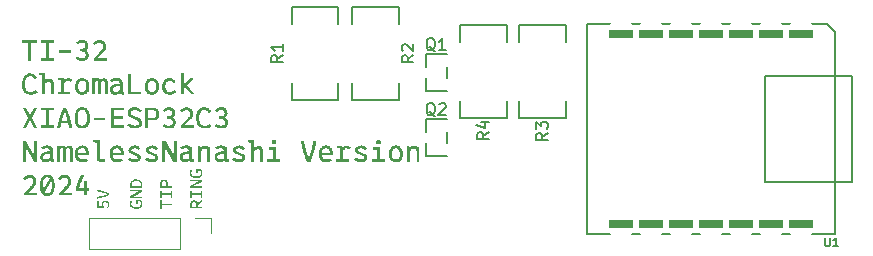
<source format=gbr>
%TF.GenerationSoftware,KiCad,Pcbnew,8.0.5-8.0.5-0~ubuntu22.04.1*%
%TF.CreationDate,2024-09-17T07:55:55-05:00*%
%TF.ProjectId,cheating-calc,63686561-7469-46e6-972d-63616c632e6b,rev?*%
%TF.SameCoordinates,Original*%
%TF.FileFunction,Legend,Top*%
%TF.FilePolarity,Positive*%
%FSLAX46Y46*%
G04 Gerber Fmt 4.6, Leading zero omitted, Abs format (unit mm)*
G04 Created by KiCad (PCBNEW 8.0.5-8.0.5-0~ubuntu22.04.1) date 2024-09-17 07:55:55*
%MOMM*%
%LPD*%
G01*
G04 APERTURE LIST*
G04 Aperture macros list*
%AMRoundRect*
0 Rectangle with rounded corners*
0 $1 Rounding radius*
0 $2 $3 $4 $5 $6 $7 $8 $9 X,Y pos of 4 corners*
0 Add a 4 corners polygon primitive as box body*
4,1,4,$2,$3,$4,$5,$6,$7,$8,$9,$2,$3,0*
0 Add four circle primitives for the rounded corners*
1,1,$1+$1,$2,$3*
1,1,$1+$1,$4,$5*
1,1,$1+$1,$6,$7*
1,1,$1+$1,$8,$9*
0 Add four rect primitives between the rounded corners*
20,1,$1+$1,$2,$3,$4,$5,0*
20,1,$1+$1,$4,$5,$6,$7,0*
20,1,$1+$1,$6,$7,$8,$9,0*
20,1,$1+$1,$8,$9,$2,$3,0*%
G04 Aperture macros list end*
%ADD10C,0.150000*%
%ADD11C,0.200000*%
%ADD12C,0.120000*%
%ADD13C,0.127000*%
%ADD14R,1.070000X0.600000*%
%ADD15R,1.700000X1.700000*%
%ADD16O,1.700000X1.700000*%
%ADD17R,3.460000X1.280000*%
%ADD18RoundRect,1.000000X-0.000010X0.375000X-0.000010X-0.375000X0.000010X-0.375000X0.000010X0.375000X0*%
G04 APERTURE END LIST*
D10*
G36*
X101691815Y-68932880D02*
G01*
X101293211Y-69195930D01*
X101293211Y-69369098D01*
X101691815Y-69369098D01*
X101691815Y-69502210D01*
X100686023Y-69502210D01*
X100686023Y-69150745D01*
X100808633Y-69150745D01*
X100808633Y-69369098D01*
X101170601Y-69369098D01*
X101170601Y-69150745D01*
X101166582Y-69098669D01*
X101152691Y-69050459D01*
X101125950Y-69009165D01*
X101119799Y-69002978D01*
X101077529Y-68973806D01*
X101027292Y-68958098D01*
X100989373Y-68955106D01*
X100937304Y-68959883D01*
X100886471Y-68978224D01*
X100848346Y-69010321D01*
X100822930Y-69056173D01*
X100811457Y-69104892D01*
X100808633Y-69150745D01*
X100686023Y-69150745D01*
X100686023Y-69149524D01*
X100687967Y-69098631D01*
X100695432Y-69043447D01*
X100708495Y-68994686D01*
X100730811Y-68945917D01*
X100760748Y-68905889D01*
X100765646Y-68900884D01*
X100809412Y-68866370D01*
X100854393Y-68844259D01*
X100905616Y-68829698D01*
X100954488Y-68823227D01*
X100989617Y-68821994D01*
X101038718Y-68824694D01*
X101090253Y-68834391D01*
X101136903Y-68851141D01*
X101183546Y-68878414D01*
X101222652Y-68914748D01*
X101253141Y-68960279D01*
X101273008Y-69008471D01*
X101283441Y-69049384D01*
X101677649Y-68783159D01*
X101691815Y-68783159D01*
X101691815Y-68932880D01*
G37*
G36*
X101684000Y-67993766D02*
G01*
X101684000Y-68603397D01*
X101561390Y-68603397D01*
X101561390Y-68361352D01*
X100806191Y-68361352D01*
X100806191Y-68603397D01*
X100683581Y-68603397D01*
X100683581Y-67993766D01*
X100806191Y-67993766D01*
X100806191Y-68228240D01*
X101561390Y-68228240D01*
X101561390Y-67993766D01*
X101684000Y-67993766D01*
G37*
G36*
X100683581Y-67782741D02*
G01*
X100683581Y-67616900D01*
X101444397Y-67204374D01*
X100683581Y-67204374D01*
X100683581Y-67071261D01*
X101684000Y-67071261D01*
X101684000Y-67231484D01*
X100920252Y-67649628D01*
X101684000Y-67649628D01*
X101684000Y-67782741D01*
X100683581Y-67782741D01*
G37*
G36*
X101199422Y-66539056D02*
G01*
X101199422Y-66180508D01*
X101590699Y-66180508D01*
X101621025Y-66221584D01*
X101648512Y-66267542D01*
X101669463Y-66313833D01*
X101674474Y-66327786D01*
X101687740Y-66376673D01*
X101695479Y-66424913D01*
X101699238Y-66477171D01*
X101699631Y-66501687D01*
X101697459Y-66550797D01*
X101689433Y-66604662D01*
X101675493Y-66654835D01*
X101655639Y-66701314D01*
X101637838Y-66732252D01*
X101608102Y-66772108D01*
X101573176Y-66807686D01*
X101533062Y-66838986D01*
X101487758Y-66866009D01*
X101459540Y-66879531D01*
X101406491Y-66899516D01*
X101357542Y-66912739D01*
X101305380Y-66922357D01*
X101250008Y-66928367D01*
X101191424Y-66930771D01*
X101181348Y-66930822D01*
X101121123Y-66929119D01*
X101064279Y-66924013D01*
X101010817Y-66915503D01*
X100960735Y-66903588D01*
X100914035Y-66888270D01*
X100860415Y-66864335D01*
X100812078Y-66835080D01*
X100794223Y-66821889D01*
X100754046Y-66785337D01*
X100720678Y-66743765D01*
X100694120Y-66697172D01*
X100674372Y-66645557D01*
X100661434Y-66588922D01*
X100655986Y-66539999D01*
X100654760Y-66501198D01*
X100656557Y-66451108D01*
X100662768Y-66398806D01*
X100673415Y-66350034D01*
X100677475Y-66336090D01*
X100694649Y-66288121D01*
X100716940Y-66242045D01*
X100736093Y-66211771D01*
X100835744Y-66272831D01*
X100810920Y-66316242D01*
X100793996Y-66363522D01*
X100788849Y-66386648D01*
X100781417Y-66435355D01*
X100777549Y-66486345D01*
X100777370Y-66499000D01*
X100781174Y-66554705D01*
X100792586Y-66604399D01*
X100815515Y-66654778D01*
X100848799Y-66696976D01*
X100885570Y-66726635D01*
X100928944Y-66750789D01*
X100977916Y-66769946D01*
X101032487Y-66784105D01*
X101082240Y-66792087D01*
X101135880Y-66796599D01*
X101181592Y-66797709D01*
X101237427Y-66795777D01*
X101289374Y-66789981D01*
X101337433Y-66780321D01*
X101389972Y-66763629D01*
X101436912Y-66741372D01*
X101471752Y-66718575D01*
X101512770Y-66681018D01*
X101543713Y-66637805D01*
X101564582Y-66588935D01*
X101575376Y-66534408D01*
X101577021Y-66500710D01*
X101574151Y-66449449D01*
X101565542Y-66401181D01*
X101548995Y-66350455D01*
X101531103Y-66313620D01*
X101322032Y-66313620D01*
X101322032Y-66539056D01*
X101199422Y-66539056D01*
G37*
G36*
X96119422Y-69141708D02*
G01*
X96119422Y-68783159D01*
X96510699Y-68783159D01*
X96541025Y-68824236D01*
X96568512Y-68870193D01*
X96589463Y-68916485D01*
X96594474Y-68930438D01*
X96607740Y-68979324D01*
X96615479Y-69027564D01*
X96619238Y-69079823D01*
X96619631Y-69104339D01*
X96617459Y-69153449D01*
X96609433Y-69207314D01*
X96595493Y-69257487D01*
X96575639Y-69303966D01*
X96557838Y-69334904D01*
X96528102Y-69374760D01*
X96493176Y-69410338D01*
X96453062Y-69441638D01*
X96407758Y-69468661D01*
X96379540Y-69482182D01*
X96326491Y-69502168D01*
X96277542Y-69515391D01*
X96225380Y-69525008D01*
X96170008Y-69531019D01*
X96111424Y-69533423D01*
X96101348Y-69533473D01*
X96041123Y-69531771D01*
X95984279Y-69526665D01*
X95930817Y-69518155D01*
X95880735Y-69506240D01*
X95834035Y-69490922D01*
X95780415Y-69466986D01*
X95732078Y-69437732D01*
X95714223Y-69424541D01*
X95674046Y-69387989D01*
X95640678Y-69346417D01*
X95614120Y-69299823D01*
X95594372Y-69248209D01*
X95581434Y-69191574D01*
X95575986Y-69142651D01*
X95574760Y-69103850D01*
X95576557Y-69053760D01*
X95582768Y-69001458D01*
X95593415Y-68952685D01*
X95597475Y-68938742D01*
X95614649Y-68890773D01*
X95636940Y-68844697D01*
X95656093Y-68814422D01*
X95755744Y-68875483D01*
X95730920Y-68918893D01*
X95713996Y-68966174D01*
X95708849Y-68989300D01*
X95701417Y-69038007D01*
X95697549Y-69088997D01*
X95697370Y-69101652D01*
X95701174Y-69157357D01*
X95712586Y-69207050D01*
X95735515Y-69257430D01*
X95768799Y-69299628D01*
X95805570Y-69329286D01*
X95848944Y-69353441D01*
X95897916Y-69372597D01*
X95952487Y-69386757D01*
X96002240Y-69394739D01*
X96055880Y-69399250D01*
X96101592Y-69400361D01*
X96157427Y-69398429D01*
X96209374Y-69392633D01*
X96257433Y-69382973D01*
X96309972Y-69366281D01*
X96356912Y-69344024D01*
X96391752Y-69321226D01*
X96432770Y-69283670D01*
X96463713Y-69240456D01*
X96484582Y-69191586D01*
X96495376Y-69137060D01*
X96497021Y-69103362D01*
X96494151Y-69052101D01*
X96485542Y-69003833D01*
X96468995Y-68953107D01*
X96451103Y-68916272D01*
X96242032Y-68916272D01*
X96242032Y-69141708D01*
X96119422Y-69141708D01*
G37*
G36*
X95603581Y-68650291D02*
G01*
X95603581Y-68484450D01*
X96364397Y-68071924D01*
X95603581Y-68071924D01*
X95603581Y-67938812D01*
X96604000Y-67938812D01*
X96604000Y-68099035D01*
X95840252Y-68517179D01*
X96604000Y-68517179D01*
X96604000Y-68650291D01*
X95603581Y-68650291D01*
G37*
G36*
X96123598Y-67049340D02*
G01*
X96181553Y-67054263D01*
X96236192Y-67062878D01*
X96287518Y-67075186D01*
X96335529Y-67091186D01*
X96358291Y-67100570D01*
X96407677Y-67125777D01*
X96451757Y-67155448D01*
X96490531Y-67189583D01*
X96523999Y-67228183D01*
X96540741Y-67252245D01*
X96565389Y-67297592D01*
X96583984Y-67346866D01*
X96596525Y-67400067D01*
X96602455Y-67448794D01*
X96604000Y-67491603D01*
X96604000Y-67767109D01*
X95603581Y-67767109D01*
X95603581Y-67484520D01*
X95726191Y-67484520D01*
X95726191Y-67633997D01*
X96481390Y-67633997D01*
X96481390Y-67493069D01*
X96478550Y-67443549D01*
X96468732Y-67394510D01*
X96449834Y-67347839D01*
X96445486Y-67340173D01*
X96415009Y-67298350D01*
X96377800Y-67263740D01*
X96349254Y-67244674D01*
X96302508Y-67221398D01*
X96252397Y-67203961D01*
X96217119Y-67195581D01*
X96167444Y-67187376D01*
X96117827Y-67182578D01*
X96072771Y-67181170D01*
X96022050Y-67183186D01*
X95966317Y-67190925D01*
X95916183Y-67204469D01*
X95864768Y-67227607D01*
X95820974Y-67258646D01*
X95815339Y-67263725D01*
X95780603Y-67302507D01*
X95754398Y-67346618D01*
X95736725Y-67396059D01*
X95727584Y-67450830D01*
X95726191Y-67484520D01*
X95603581Y-67484520D01*
X95603581Y-67483055D01*
X95605990Y-67430519D01*
X95613217Y-67379461D01*
X95625262Y-67329883D01*
X95628249Y-67320145D01*
X95646625Y-67273071D01*
X95670915Y-67229241D01*
X95701121Y-67188654D01*
X95707872Y-67180926D01*
X95745582Y-67144986D01*
X95790018Y-67114103D01*
X95835762Y-67090631D01*
X95852220Y-67083718D01*
X95899527Y-67068117D01*
X95952054Y-67056973D01*
X96002298Y-67050879D01*
X96056540Y-67048197D01*
X96072771Y-67048058D01*
X96123598Y-67049340D01*
G37*
G36*
X99144000Y-69236474D02*
G01*
X98268633Y-69236474D01*
X98268633Y-69533473D01*
X98146023Y-69533473D01*
X98146023Y-68798791D01*
X98268633Y-68798791D01*
X98268633Y-69103362D01*
X99144000Y-69103362D01*
X99144000Y-69236474D01*
G37*
G36*
X99144000Y-67993766D02*
G01*
X99144000Y-68603397D01*
X99021390Y-68603397D01*
X99021390Y-68361352D01*
X98266191Y-68361352D01*
X98266191Y-68603397D01*
X98143581Y-68603397D01*
X98143581Y-67993766D01*
X98266191Y-67993766D01*
X98266191Y-68228240D01*
X99021390Y-68228240D01*
X99021390Y-67993766D01*
X99144000Y-67993766D01*
G37*
G36*
X98507600Y-67058506D02*
G01*
X98562474Y-67069133D01*
X98611878Y-67087591D01*
X98655813Y-67113879D01*
X98683846Y-67137451D01*
X98716965Y-67177362D01*
X98741949Y-67225501D01*
X98756890Y-67273311D01*
X98765854Y-67327167D01*
X98768759Y-67376664D01*
X98768842Y-67387067D01*
X98768842Y-67633997D01*
X99136184Y-67633997D01*
X99136184Y-67767109D01*
X98143581Y-67767109D01*
X98143581Y-67385846D01*
X98266191Y-67385846D01*
X98266191Y-67633997D01*
X98646233Y-67633997D01*
X98646233Y-67385846D01*
X98641924Y-67333396D01*
X98627031Y-67284863D01*
X98598362Y-67243322D01*
X98591766Y-67237102D01*
X98551175Y-67209569D01*
X98504292Y-67193465D01*
X98456212Y-67188742D01*
X98405560Y-67193465D01*
X98357667Y-67209569D01*
X98317970Y-67237102D01*
X98288490Y-67276387D01*
X98272309Y-67322869D01*
X98266393Y-67373473D01*
X98266191Y-67385846D01*
X98143581Y-67385846D01*
X98143581Y-67384625D01*
X98145662Y-67333445D01*
X98153653Y-67277963D01*
X98167638Y-67228956D01*
X98191529Y-67179965D01*
X98223577Y-67139785D01*
X98228822Y-67134764D01*
X98268754Y-67103930D01*
X98314180Y-67080668D01*
X98365098Y-67064981D01*
X98421510Y-67056866D01*
X98456212Y-67055630D01*
X98507600Y-67058506D01*
G37*
G36*
X92932191Y-68892336D02*
G01*
X92932191Y-69314632D01*
X93239692Y-69314632D01*
X93208969Y-69273265D01*
X93188157Y-69230124D01*
X93174483Y-69181656D01*
X93169274Y-69132836D01*
X93169106Y-69121924D01*
X93173839Y-69071539D01*
X93188039Y-69024154D01*
X93209162Y-68983683D01*
X93240481Y-68943501D01*
X93279362Y-68909264D01*
X93321270Y-68883299D01*
X93368487Y-68863464D01*
X93420379Y-68850975D01*
X93471079Y-68846016D01*
X93488820Y-68845685D01*
X93543255Y-68848835D01*
X93593904Y-68858282D01*
X93640765Y-68874028D01*
X93665163Y-68885497D01*
X93709347Y-68913480D01*
X93746947Y-68947664D01*
X93777964Y-68988050D01*
X93783377Y-68996872D01*
X93805659Y-69043912D01*
X93819689Y-69095580D01*
X93825260Y-69146038D01*
X93825631Y-69163690D01*
X93823371Y-69213445D01*
X93815557Y-69265557D01*
X93802162Y-69314329D01*
X93797055Y-69328309D01*
X93775450Y-69374735D01*
X93749602Y-69417333D01*
X93717687Y-69460704D01*
X93701556Y-69480228D01*
X93614117Y-69388637D01*
X93647000Y-69349258D01*
X93673848Y-69305767D01*
X93681284Y-69289963D01*
X93696143Y-69242052D01*
X93702490Y-69191367D01*
X93703021Y-69170284D01*
X93696354Y-69118731D01*
X93676354Y-69072546D01*
X93646601Y-69035218D01*
X93606916Y-69005465D01*
X93558693Y-68986732D01*
X93507991Y-68979294D01*
X93489553Y-68978798D01*
X93437947Y-68983330D01*
X93388564Y-68998783D01*
X93346915Y-69025204D01*
X93313278Y-69064222D01*
X93295166Y-69112032D01*
X93291716Y-69148791D01*
X93296280Y-69199022D01*
X93304661Y-69233787D01*
X93321654Y-69280404D01*
X93338611Y-69314632D01*
X93338611Y-69439684D01*
X92809581Y-69439684D01*
X92809581Y-68892336D01*
X92932191Y-68892336D01*
G37*
G36*
X92809581Y-68675204D02*
G01*
X92809581Y-68533787D01*
X92858792Y-68522807D01*
X92907140Y-68511848D01*
X92970261Y-68497270D01*
X93031848Y-68482730D01*
X93091902Y-68468228D01*
X93150421Y-68453764D01*
X93207406Y-68439339D01*
X93262856Y-68424951D01*
X93290006Y-68417772D01*
X93343118Y-68403236D01*
X93394741Y-68388448D01*
X93444876Y-68373408D01*
X93493522Y-68358116D01*
X93540680Y-68342572D01*
X93597534Y-68322788D01*
X93652063Y-68302611D01*
X93673224Y-68294429D01*
X93619625Y-68274100D01*
X93563701Y-68254177D01*
X93517287Y-68238530D01*
X93469385Y-68223143D01*
X93419994Y-68208015D01*
X93369115Y-68193147D01*
X93316748Y-68178538D01*
X93290006Y-68171331D01*
X93235323Y-68156959D01*
X93179105Y-68142541D01*
X93121353Y-68128077D01*
X93062067Y-68113568D01*
X93001247Y-68099012D01*
X92938892Y-68084411D01*
X92891120Y-68073430D01*
X92842484Y-68062423D01*
X92809581Y-68055071D01*
X92809581Y-67913655D01*
X92869173Y-67927059D01*
X92927507Y-67940528D01*
X92984583Y-67954061D01*
X93040402Y-67967659D01*
X93094962Y-67981321D01*
X93148265Y-67995048D01*
X93200309Y-68008839D01*
X93251096Y-68022694D01*
X93300624Y-68036614D01*
X93348895Y-68050598D01*
X93380376Y-68059956D01*
X93441639Y-68078885D01*
X93500742Y-68098180D01*
X93557685Y-68117842D01*
X93612468Y-68137870D01*
X93665091Y-68158264D01*
X93715554Y-68179025D01*
X93763857Y-68200152D01*
X93810000Y-68221645D01*
X93810000Y-68367214D01*
X93763857Y-68388432D01*
X93715554Y-68409346D01*
X93665091Y-68429954D01*
X93612468Y-68450256D01*
X93557685Y-68470254D01*
X93500742Y-68489946D01*
X93441639Y-68509333D01*
X93380376Y-68528414D01*
X93332944Y-68542528D01*
X93284254Y-68556570D01*
X93234306Y-68570538D01*
X93183101Y-68584433D01*
X93130637Y-68598256D01*
X93076915Y-68612005D01*
X93021935Y-68625682D01*
X92965698Y-68639285D01*
X92908202Y-68652815D01*
X92849449Y-68666273D01*
X92809581Y-68675204D01*
G37*
D11*
G36*
X86961193Y-56987001D02*
G01*
X86961193Y-55498878D01*
X86456294Y-55498878D01*
X86456294Y-55263867D01*
X87731828Y-55263867D01*
X87731828Y-55498878D01*
X87214057Y-55498878D01*
X87214057Y-56987001D01*
X86961193Y-56987001D01*
G37*
G36*
X89100369Y-56987001D02*
G01*
X88037424Y-56987001D01*
X88037424Y-56751990D01*
X88448900Y-56751990D01*
X88448900Y-55494726D01*
X88037424Y-55494726D01*
X88037424Y-55259715D01*
X89100369Y-55259715D01*
X89100369Y-55494726D01*
X88701765Y-55494726D01*
X88701765Y-56751990D01*
X89100369Y-56751990D01*
X89100369Y-56987001D01*
G37*
G36*
X90548632Y-56114223D02*
G01*
X90548632Y-56349234D01*
X89538834Y-56349234D01*
X89538834Y-56114223D01*
X90548632Y-56114223D01*
G37*
G36*
X92076615Y-56494558D02*
G01*
X92070168Y-56586173D01*
X92050826Y-56671056D01*
X92018591Y-56749208D01*
X92010596Y-56764031D01*
X91959066Y-56838545D01*
X91894682Y-56901087D01*
X91824996Y-56947555D01*
X91745660Y-56982370D01*
X91657646Y-57004290D01*
X91571014Y-57012994D01*
X91540575Y-57013574D01*
X91450863Y-57010720D01*
X91358809Y-57000684D01*
X91276148Y-56983423D01*
X91226259Y-56967901D01*
X91145876Y-56934408D01*
X91071868Y-56895805D01*
X90996283Y-56849189D01*
X90962184Y-56825898D01*
X91095882Y-56626181D01*
X91164723Y-56673184D01*
X91240751Y-56716329D01*
X91282313Y-56736212D01*
X91364355Y-56763633D01*
X91447384Y-56776537D01*
X91499054Y-56778564D01*
X91584306Y-56771863D01*
X91670751Y-56745476D01*
X91742784Y-56693860D01*
X91792123Y-56626226D01*
X91819876Y-56544390D01*
X91823750Y-56496634D01*
X91810262Y-56411503D01*
X91769799Y-56337348D01*
X91727836Y-56294010D01*
X91653202Y-56247440D01*
X91569770Y-56221879D01*
X91481993Y-56212533D01*
X91460854Y-56212213D01*
X91319267Y-56212213D01*
X91319267Y-55977203D01*
X91464591Y-55977203D01*
X91550216Y-55970831D01*
X91636223Y-55945738D01*
X91706660Y-55896652D01*
X91756932Y-55823460D01*
X91780590Y-55742153D01*
X91784305Y-55688630D01*
X91772919Y-55606223D01*
X91730855Y-55531631D01*
X91703339Y-55506767D01*
X91626294Y-55465043D01*
X91543651Y-55447221D01*
X91509019Y-55445730D01*
X91422759Y-55456422D01*
X91339061Y-55485866D01*
X91333384Y-55488497D01*
X91260804Y-55529898D01*
X91190828Y-55585278D01*
X91159410Y-55615552D01*
X90985436Y-55447391D01*
X91059260Y-55379210D01*
X91137483Y-55322584D01*
X91220106Y-55277515D01*
X91307128Y-55244002D01*
X91398550Y-55222045D01*
X91494371Y-55211644D01*
X91533932Y-55210720D01*
X91621418Y-55216275D01*
X91710535Y-55235218D01*
X91792194Y-55267604D01*
X91864482Y-55312305D01*
X91930472Y-55373828D01*
X91971151Y-55428707D01*
X92008738Y-55504674D01*
X92030723Y-55589277D01*
X92037170Y-55673682D01*
X92030301Y-55761394D01*
X92009694Y-55844690D01*
X91979040Y-55916582D01*
X91930947Y-55992897D01*
X91873861Y-56053680D01*
X91830809Y-56085573D01*
X91902430Y-56131027D01*
X91964527Y-56193786D01*
X91998970Y-56239617D01*
X92039916Y-56312685D01*
X92065696Y-56391754D01*
X92076312Y-56476824D01*
X92076615Y-56494558D01*
G37*
G36*
X92455289Y-55467737D02*
G01*
X92526298Y-55408884D01*
X92600591Y-55357979D01*
X92678168Y-55315023D01*
X92722686Y-55294593D01*
X92806230Y-55264887D01*
X92894307Y-55244904D01*
X92986916Y-55234642D01*
X93040324Y-55233141D01*
X93131298Y-55239751D01*
X93215297Y-55259579D01*
X93292323Y-55292626D01*
X93306891Y-55300821D01*
X93380213Y-55352846D01*
X93441467Y-55415861D01*
X93486678Y-55482684D01*
X93523556Y-55564473D01*
X93545125Y-55652836D01*
X93551451Y-55738871D01*
X93546747Y-55830128D01*
X93532637Y-55912384D01*
X93506250Y-55992469D01*
X93503286Y-55999209D01*
X93463659Y-56076049D01*
X93417026Y-56145883D01*
X93382044Y-56188546D01*
X93322869Y-56254595D01*
X93263420Y-56319822D01*
X93235889Y-56349649D01*
X92857630Y-56751990D01*
X93604598Y-56751990D01*
X93604598Y-56987001D01*
X92488506Y-56987001D01*
X92488506Y-56759879D01*
X92912854Y-56329303D01*
X92973755Y-56268460D01*
X93034852Y-56208108D01*
X93090565Y-56153668D01*
X93148406Y-56092830D01*
X93203447Y-56023775D01*
X93239211Y-55970144D01*
X93275393Y-55894880D01*
X93295745Y-55807942D01*
X93298586Y-55758801D01*
X93287492Y-55673008D01*
X93250435Y-55591662D01*
X93219696Y-55552855D01*
X93152198Y-55501239D01*
X93067417Y-55473446D01*
X93001294Y-55468152D01*
X92915325Y-55476497D01*
X92833790Y-55499189D01*
X92801992Y-55511749D01*
X92725988Y-55549858D01*
X92650569Y-55599411D01*
X92600614Y-55638804D01*
X92455289Y-55467737D01*
G37*
G36*
X87166308Y-59869574D02*
G01*
X87082042Y-59865808D01*
X86989563Y-59851894D01*
X86903361Y-59827728D01*
X86823439Y-59793310D01*
X86770195Y-59762449D01*
X86701611Y-59710950D01*
X86640459Y-59650549D01*
X86586737Y-59581248D01*
X86540446Y-59503045D01*
X86517330Y-59454361D01*
X86487557Y-59376285D01*
X86463943Y-59292779D01*
X86446489Y-59203842D01*
X86435196Y-59109475D01*
X86430063Y-59009678D01*
X86429720Y-58975206D01*
X86432555Y-58871688D01*
X86441061Y-58773931D01*
X86455236Y-58681936D01*
X86475082Y-58595701D01*
X86500598Y-58515228D01*
X86540467Y-58422737D01*
X86589196Y-58339249D01*
X86611168Y-58308374D01*
X86671508Y-58238757D01*
X86738863Y-58180939D01*
X86813232Y-58134921D01*
X86894616Y-58100703D01*
X86983015Y-58078283D01*
X87078429Y-58067664D01*
X87118558Y-58066720D01*
X87212577Y-58071230D01*
X87298806Y-58084761D01*
X87387818Y-58111269D01*
X87466656Y-58149560D01*
X87484776Y-58160973D01*
X87553183Y-58215418D01*
X87615568Y-58284499D01*
X87665217Y-58356951D01*
X87710256Y-58440609D01*
X87722278Y-58466570D01*
X87505952Y-58574940D01*
X87464536Y-58501107D01*
X87415051Y-58433246D01*
X87350852Y-58371509D01*
X87345265Y-58367334D01*
X87271402Y-58327357D01*
X87184344Y-58305831D01*
X87118974Y-58301730D01*
X87033669Y-58310194D01*
X86946591Y-58340596D01*
X86870620Y-58393107D01*
X86813257Y-58457192D01*
X86798429Y-58478611D01*
X86753291Y-58562851D01*
X86723425Y-58645968D01*
X86701704Y-58739158D01*
X86689825Y-58824509D01*
X86683603Y-58916856D01*
X86682585Y-58975621D01*
X86685697Y-59069691D01*
X86695033Y-59157009D01*
X86714453Y-59252879D01*
X86742835Y-59339028D01*
X86780179Y-59415455D01*
X86810055Y-59461005D01*
X86870615Y-59528632D01*
X86940393Y-59579649D01*
X87019391Y-59614055D01*
X87107607Y-59631852D01*
X87162156Y-59634564D01*
X87245608Y-59630099D01*
X87329708Y-59615044D01*
X87388032Y-59596779D01*
X87464716Y-59560033D01*
X87537883Y-59511576D01*
X87599790Y-59461420D01*
X87751343Y-59659061D01*
X87682158Y-59712883D01*
X87605194Y-59763134D01*
X87529149Y-59802482D01*
X87478963Y-59822655D01*
X87391160Y-59847398D01*
X87304441Y-59861831D01*
X87221236Y-59868429D01*
X87166308Y-59869574D01*
G37*
G36*
X87877983Y-58009421D02*
G01*
X88343436Y-58009421D01*
X88343436Y-58672100D01*
X88415057Y-58627179D01*
X88492724Y-58587416D01*
X88543154Y-58564975D01*
X88625553Y-58536135D01*
X88707756Y-58519266D01*
X88782316Y-58514319D01*
X88866707Y-58522426D01*
X88948482Y-58549102D01*
X88963764Y-58556671D01*
X89032372Y-58608419D01*
X89083235Y-58678447D01*
X89092480Y-58696183D01*
X89121831Y-58778083D01*
X89135941Y-58860607D01*
X89140598Y-58945972D01*
X89140645Y-58956106D01*
X89140645Y-59843001D01*
X88887780Y-59843001D01*
X88887780Y-59023786D01*
X88881591Y-58934606D01*
X88856447Y-58854333D01*
X88843768Y-58835279D01*
X88771106Y-58787821D01*
X88710069Y-58780056D01*
X88623911Y-58789899D01*
X88541078Y-58814934D01*
X88464391Y-58850399D01*
X88389225Y-58895786D01*
X88343436Y-58927871D01*
X88343436Y-59843001D01*
X88090572Y-59843001D01*
X88090572Y-58215366D01*
X87877983Y-58175921D01*
X87877983Y-58009421D01*
G37*
G36*
X89459113Y-59607990D02*
G01*
X89724849Y-59607990D01*
X89724849Y-58675422D01*
X89508939Y-58639298D01*
X89508939Y-58483594D01*
X89946158Y-58483594D01*
X89967334Y-58636392D01*
X90034535Y-58585358D01*
X90107326Y-58538966D01*
X90137986Y-58521378D01*
X90215449Y-58487220D01*
X90297117Y-58468828D01*
X90353897Y-58465324D01*
X90438675Y-58472588D01*
X90518929Y-58494379D01*
X90554445Y-58509337D01*
X90628765Y-58557305D01*
X90687507Y-58624189D01*
X90701430Y-58646772D01*
X90516245Y-58802477D01*
X90454742Y-58745385D01*
X90414103Y-58723587D01*
X90331334Y-58702174D01*
X90297428Y-58700335D01*
X90215227Y-58715686D01*
X90141723Y-58754728D01*
X90071706Y-58807646D01*
X90004271Y-58866321D01*
X89977714Y-58891333D01*
X89977714Y-58895070D01*
X89977714Y-59607990D01*
X90495484Y-59607990D01*
X90495484Y-59843001D01*
X89459113Y-59843001D01*
X89459113Y-59607990D01*
G37*
G36*
X91625382Y-58466726D02*
G01*
X91711228Y-58483386D01*
X91798622Y-58515405D01*
X91859874Y-58550028D01*
X91929890Y-58605428D01*
X91989527Y-58671667D01*
X92038786Y-58748745D01*
X92061667Y-58796249D01*
X92091459Y-58878176D01*
X92112739Y-58967005D01*
X92124376Y-59050394D01*
X92129496Y-59139067D01*
X92129762Y-59165373D01*
X92126504Y-59254665D01*
X92116728Y-59339070D01*
X92097577Y-59429547D01*
X92069913Y-59513641D01*
X92061667Y-59533667D01*
X92023520Y-59608431D01*
X91970801Y-59682181D01*
X91907704Y-59744960D01*
X91859874Y-59780719D01*
X91780041Y-59823671D01*
X91700917Y-59850050D01*
X91614112Y-59865322D01*
X91531856Y-59869574D01*
X91439159Y-59864021D01*
X91353729Y-59847360D01*
X91266306Y-59815341D01*
X91204668Y-59780719D01*
X91134251Y-59725252D01*
X91074343Y-59658816D01*
X91024946Y-59581410D01*
X91002044Y-59533667D01*
X90972253Y-59451169D01*
X90950973Y-59362288D01*
X90939336Y-59279280D01*
X90934215Y-59191384D01*
X90933949Y-59165373D01*
X90933994Y-59164128D01*
X91186814Y-59164128D01*
X91190935Y-59253900D01*
X91203299Y-59337098D01*
X91221692Y-59407027D01*
X91256677Y-59486323D01*
X91309221Y-59554398D01*
X91331723Y-59574358D01*
X91407224Y-59615514D01*
X91494126Y-59633094D01*
X91531856Y-59634564D01*
X91619479Y-59626097D01*
X91697799Y-59597817D01*
X91732819Y-59574358D01*
X91790301Y-59512697D01*
X91830157Y-59439358D01*
X91842020Y-59407027D01*
X91863273Y-59322460D01*
X91874139Y-59238067D01*
X91876898Y-59164128D01*
X91872776Y-59073468D01*
X91860412Y-58990461D01*
X91842020Y-58921643D01*
X91807171Y-58843692D01*
X91755082Y-58776298D01*
X91732819Y-58756388D01*
X91657772Y-58715232D01*
X91570153Y-58697653D01*
X91531856Y-58696183D01*
X91445323Y-58704649D01*
X91367129Y-58732929D01*
X91331723Y-58756388D01*
X91273673Y-58817652D01*
X91231041Y-58896082D01*
X91221692Y-58921643D01*
X91200438Y-59004984D01*
X91189573Y-59089382D01*
X91186814Y-59164128D01*
X90933994Y-59164128D01*
X90937208Y-59075190D01*
X90946983Y-58990291D01*
X90966135Y-58899736D01*
X90993798Y-58816083D01*
X91002044Y-58796249D01*
X91040244Y-58721848D01*
X91093144Y-58648383D01*
X91156555Y-58585757D01*
X91204668Y-58550028D01*
X91284939Y-58507075D01*
X91364011Y-58480696D01*
X91450349Y-58465424D01*
X91531856Y-58461172D01*
X91625382Y-58466726D01*
G37*
G36*
X92355638Y-58487746D02*
G01*
X92587327Y-58487746D01*
X92602274Y-58598608D01*
X92668037Y-58541289D01*
X92725177Y-58504770D01*
X92801680Y-58472072D01*
X92878391Y-58461172D01*
X92961330Y-58472591D01*
X93029113Y-58506846D01*
X93088995Y-58566857D01*
X93109665Y-58605666D01*
X93172375Y-58548576D01*
X93234228Y-58507261D01*
X93312081Y-58472694D01*
X93391179Y-58461172D01*
X93478451Y-58472149D01*
X93557710Y-58508816D01*
X93593803Y-58539232D01*
X93644075Y-58612044D01*
X93667732Y-58695920D01*
X93671448Y-58752236D01*
X93671448Y-58850413D01*
X93671448Y-58949378D01*
X93671448Y-59032451D01*
X93671448Y-59116071D01*
X93671448Y-59200239D01*
X93671448Y-59284954D01*
X93671448Y-59370288D01*
X93671448Y-59456311D01*
X93671448Y-59543023D01*
X93671448Y-59630425D01*
X93671448Y-59718515D01*
X93671448Y-59807295D01*
X93671448Y-59843001D01*
X93418583Y-59843001D01*
X93418583Y-59750849D01*
X93418583Y-59659580D01*
X93418583Y-59569194D01*
X93418583Y-59479689D01*
X93418583Y-59391041D01*
X93418583Y-59303639D01*
X93418583Y-59217482D01*
X93418583Y-59132571D01*
X93418583Y-59040473D01*
X93418583Y-58953827D01*
X93418583Y-58863948D01*
X93418583Y-58829881D01*
X93408378Y-58744690D01*
X93396992Y-58715698D01*
X93322618Y-58673925D01*
X93315195Y-58673761D01*
X93234631Y-58701736D01*
X93223018Y-58710300D01*
X93161484Y-58766946D01*
X93139975Y-58791682D01*
X93139975Y-59843001D01*
X92887110Y-59843001D01*
X92887110Y-58820331D01*
X92875188Y-58736884D01*
X92815281Y-58677340D01*
X92786214Y-58673761D01*
X92703118Y-58701679D01*
X92636379Y-58764213D01*
X92608503Y-58800816D01*
X92608503Y-58890687D01*
X92608503Y-58982485D01*
X92608503Y-59076209D01*
X92608503Y-59171861D01*
X92608503Y-59269439D01*
X92608503Y-59302393D01*
X92608503Y-59401986D01*
X92608503Y-59485604D01*
X92608503Y-59569790D01*
X92608503Y-59654544D01*
X92608503Y-59739866D01*
X92608503Y-59825755D01*
X92608503Y-59843001D01*
X92355638Y-59843001D01*
X92355638Y-59745902D01*
X92355638Y-59647161D01*
X92355638Y-59546778D01*
X92355638Y-59444753D01*
X92355638Y-59341086D01*
X92355638Y-59256969D01*
X92355638Y-59193192D01*
X92355638Y-59107328D01*
X92355638Y-59020801D01*
X92355638Y-58933613D01*
X92355638Y-58845763D01*
X92355638Y-58757251D01*
X92355638Y-58668078D01*
X92355638Y-58578243D01*
X92355638Y-58487746D01*
G37*
G36*
X94552594Y-58465551D02*
G01*
X94611489Y-58472383D01*
X94697110Y-58490884D01*
X94770516Y-58518887D01*
X94840998Y-58564975D01*
X94897156Y-58631825D01*
X94930932Y-58709210D01*
X94944829Y-58791733D01*
X94946566Y-58838601D01*
X94946566Y-59510415D01*
X94965004Y-59592478D01*
X94970648Y-59600516D01*
X95049928Y-59629361D01*
X95079434Y-59630412D01*
X95079434Y-59865422D01*
X94991518Y-59861773D01*
X94906036Y-59847759D01*
X94851482Y-59828053D01*
X94781517Y-59778320D01*
X94747264Y-59729647D01*
X94681765Y-59781505D01*
X94605651Y-59821923D01*
X94599448Y-59824731D01*
X94515640Y-59852057D01*
X94432419Y-59865195D01*
X94347120Y-59869530D01*
X94337034Y-59869574D01*
X94253226Y-59861968D01*
X94168459Y-59839148D01*
X94129012Y-59823485D01*
X94055130Y-59781718D01*
X93991058Y-59726170D01*
X93953792Y-59681483D01*
X93911032Y-59602190D01*
X93889172Y-59516579D01*
X93883621Y-59437338D01*
X93884256Y-59429033D01*
X94122784Y-59429033D01*
X94140949Y-59513425D01*
X94195446Y-59577264D01*
X94273091Y-59617125D01*
X94360701Y-59630412D01*
X94451049Y-59623297D01*
X94531704Y-59599309D01*
X94579933Y-59570206D01*
X94642981Y-59511482D01*
X94691328Y-59443815D01*
X94693702Y-59439414D01*
X94693702Y-59180736D01*
X94606714Y-59179179D01*
X94521404Y-59178668D01*
X94508517Y-59178660D01*
X94421072Y-59183269D01*
X94334084Y-59198439D01*
X94317519Y-59202742D01*
X94238628Y-59234195D01*
X94176346Y-59280387D01*
X94133036Y-59353578D01*
X94122784Y-59429033D01*
X93884256Y-59429033D01*
X93890441Y-59348158D01*
X93913437Y-59263630D01*
X93941336Y-59208970D01*
X93994528Y-59141462D01*
X94059644Y-59086698D01*
X94093719Y-59065722D01*
X94172904Y-59027943D01*
X94257297Y-58999621D01*
X94298004Y-58989738D01*
X94380060Y-58975316D01*
X94467900Y-58967203D01*
X94514745Y-58966071D01*
X94601519Y-58966071D01*
X94689152Y-58966071D01*
X94693702Y-58966071D01*
X94693702Y-58947386D01*
X94688315Y-58861291D01*
X94676678Y-58807044D01*
X94627665Y-58737342D01*
X94605676Y-58724002D01*
X94523143Y-58701507D01*
X94436410Y-58696210D01*
X94428796Y-58696183D01*
X94345181Y-58702862D01*
X94258558Y-58719850D01*
X94176069Y-58742648D01*
X94095423Y-58770626D01*
X94046385Y-58790021D01*
X93918499Y-58595701D01*
X93996270Y-58560157D01*
X94074501Y-58530130D01*
X94161963Y-58503238D01*
X94197107Y-58494389D01*
X94283961Y-58476872D01*
X94368058Y-58465843D01*
X94457380Y-58461205D01*
X94465334Y-58461172D01*
X94552594Y-58465551D01*
G37*
G36*
X96501123Y-59607990D02*
G01*
X96501123Y-59843001D01*
X95438178Y-59843001D01*
X95438178Y-58115715D01*
X95691043Y-58115715D01*
X95691043Y-59607990D01*
X96501123Y-59607990D01*
G37*
G36*
X97524726Y-58466726D02*
G01*
X97610572Y-58483386D01*
X97697966Y-58515405D01*
X97759218Y-58550028D01*
X97829234Y-58605428D01*
X97888871Y-58671667D01*
X97938130Y-58748745D01*
X97961011Y-58796249D01*
X97990803Y-58878176D01*
X98012083Y-58967005D01*
X98023720Y-59050394D01*
X98028840Y-59139067D01*
X98029106Y-59165373D01*
X98025848Y-59254665D01*
X98016072Y-59339070D01*
X97996921Y-59429547D01*
X97969257Y-59513641D01*
X97961011Y-59533667D01*
X97922864Y-59608431D01*
X97870145Y-59682181D01*
X97807048Y-59744960D01*
X97759218Y-59780719D01*
X97679385Y-59823671D01*
X97600261Y-59850050D01*
X97513456Y-59865322D01*
X97431200Y-59869574D01*
X97338504Y-59864021D01*
X97253073Y-59847360D01*
X97165650Y-59815341D01*
X97104012Y-59780719D01*
X97033595Y-59725252D01*
X96973687Y-59658816D01*
X96924290Y-59581410D01*
X96901388Y-59533667D01*
X96871597Y-59451169D01*
X96850317Y-59362288D01*
X96838680Y-59279280D01*
X96833559Y-59191384D01*
X96833293Y-59165373D01*
X96833338Y-59164128D01*
X97086158Y-59164128D01*
X97090279Y-59253900D01*
X97102643Y-59337098D01*
X97121036Y-59407027D01*
X97156021Y-59486323D01*
X97208565Y-59554398D01*
X97231067Y-59574358D01*
X97306568Y-59615514D01*
X97393470Y-59633094D01*
X97431200Y-59634564D01*
X97518823Y-59626097D01*
X97597143Y-59597817D01*
X97632163Y-59574358D01*
X97689645Y-59512697D01*
X97729501Y-59439358D01*
X97741364Y-59407027D01*
X97762617Y-59322460D01*
X97773483Y-59238067D01*
X97776242Y-59164128D01*
X97772120Y-59073468D01*
X97759756Y-58990461D01*
X97741364Y-58921643D01*
X97706515Y-58843692D01*
X97654426Y-58776298D01*
X97632163Y-58756388D01*
X97557116Y-58715232D01*
X97469497Y-58697653D01*
X97431200Y-58696183D01*
X97344667Y-58704649D01*
X97266473Y-58732929D01*
X97231067Y-58756388D01*
X97173017Y-58817652D01*
X97130385Y-58896082D01*
X97121036Y-58921643D01*
X97099782Y-59004984D01*
X97088917Y-59089382D01*
X97086158Y-59164128D01*
X96833338Y-59164128D01*
X96836552Y-59075190D01*
X96846327Y-58990291D01*
X96865479Y-58899736D01*
X96893142Y-58816083D01*
X96901388Y-58796249D01*
X96939588Y-58721848D01*
X96992488Y-58648383D01*
X97055899Y-58585757D01*
X97104012Y-58550028D01*
X97184283Y-58507075D01*
X97263355Y-58480696D01*
X97349693Y-58465424D01*
X97431200Y-58461172D01*
X97524726Y-58466726D01*
G37*
G36*
X98966657Y-59869574D02*
G01*
X98873623Y-59865114D01*
X98787077Y-59851733D01*
X98707019Y-59829431D01*
X98619513Y-59790895D01*
X98541349Y-59739512D01*
X98483349Y-59686880D01*
X98423802Y-59612887D01*
X98376575Y-59528237D01*
X98346630Y-59449555D01*
X98325241Y-59363473D01*
X98312407Y-59269992D01*
X98308129Y-59169110D01*
X98312255Y-59068835D01*
X98324632Y-58975614D01*
X98345261Y-58889450D01*
X98374142Y-58810340D01*
X98419690Y-58724722D01*
X98477121Y-58649264D01*
X98545276Y-58585342D01*
X98622685Y-58534645D01*
X98709350Y-58497174D01*
X98805269Y-58472928D01*
X98892271Y-58462825D01*
X98947557Y-58461172D01*
X99035382Y-58467610D01*
X99118083Y-58486922D01*
X99195661Y-58519109D01*
X99236545Y-58542554D01*
X99304215Y-58594210D01*
X99362885Y-58657625D01*
X99412556Y-58732797D01*
X99436263Y-58779640D01*
X99231978Y-58873479D01*
X99185917Y-58803053D01*
X99121014Y-58744949D01*
X99111981Y-58739365D01*
X99034337Y-58706978D01*
X98947557Y-58696183D01*
X98861582Y-58703942D01*
X98776710Y-58731221D01*
X98704383Y-58778140D01*
X98663136Y-58820331D01*
X98613761Y-58897945D01*
X98583437Y-58980391D01*
X98567378Y-59062919D01*
X98561094Y-59155144D01*
X98560994Y-59169110D01*
X98566060Y-59260577D01*
X98581260Y-59342784D01*
X98611038Y-59425399D01*
X98660359Y-59503885D01*
X98666873Y-59511661D01*
X98733393Y-59571072D01*
X98813839Y-59611039D01*
X98897037Y-59630243D01*
X98966657Y-59634564D01*
X99051688Y-59628054D01*
X99135749Y-59606482D01*
X99163883Y-59595118D01*
X99241666Y-59554007D01*
X99314604Y-59504020D01*
X99342840Y-59481765D01*
X99476538Y-59671518D01*
X99408271Y-59727482D01*
X99335301Y-59774445D01*
X99257627Y-59812406D01*
X99241528Y-59818918D01*
X99159020Y-59845631D01*
X99073431Y-59862451D01*
X98984761Y-59869376D01*
X98966657Y-59869574D01*
G37*
G36*
X100743768Y-59843001D02*
G01*
X100254647Y-59248416D01*
X100115551Y-59397892D01*
X100115551Y-59843001D01*
X99862686Y-59843001D01*
X99862686Y-58009421D01*
X100115551Y-58009421D01*
X100115551Y-59042470D01*
X100634152Y-58487746D01*
X100925631Y-58487746D01*
X100925631Y-58530513D01*
X100418656Y-59071535D01*
X101031926Y-59800649D01*
X101031926Y-59843001D01*
X100743768Y-59843001D01*
G37*
G36*
X86482868Y-62699001D02*
G01*
X86482868Y-62657894D01*
X86954965Y-61837849D01*
X86482868Y-61012821D01*
X86482868Y-60971715D01*
X86754417Y-60971715D01*
X87111085Y-61609067D01*
X87458203Y-60971715D01*
X87731828Y-60971715D01*
X87731828Y-61012406D01*
X87269281Y-61837849D01*
X87731828Y-62658310D01*
X87731828Y-62699001D01*
X87467752Y-62699001D01*
X87113161Y-62061649D01*
X86756493Y-62699001D01*
X86482868Y-62699001D01*
G37*
G36*
X89100369Y-62699001D02*
G01*
X88037424Y-62699001D01*
X88037424Y-62463990D01*
X88448900Y-62463990D01*
X88448900Y-61206726D01*
X88037424Y-61206726D01*
X88037424Y-60971715D01*
X89100369Y-60971715D01*
X89100369Y-61206726D01*
X88701765Y-61206726D01*
X88701765Y-62463990D01*
X89100369Y-62463990D01*
X89100369Y-62699001D01*
G37*
G36*
X90220341Y-61064937D02*
G01*
X90257100Y-61148414D01*
X90293107Y-61235434D01*
X90328361Y-61325995D01*
X90362863Y-61420100D01*
X90396612Y-61517746D01*
X90429608Y-61618935D01*
X90461852Y-61723666D01*
X90485805Y-61804743D01*
X90509707Y-61888221D01*
X90533558Y-61974101D01*
X90557358Y-62062382D01*
X90581106Y-62153064D01*
X90604804Y-62246148D01*
X90628450Y-62341632D01*
X90652046Y-62439518D01*
X90675590Y-62539806D01*
X90699083Y-62642494D01*
X90714717Y-62712287D01*
X90446905Y-62712287D01*
X90427831Y-62626455D01*
X90409224Y-62544593D01*
X90397079Y-62492225D01*
X90378603Y-62410889D01*
X90360392Y-62328508D01*
X90354312Y-62300396D01*
X89747271Y-62300396D01*
X89728270Y-62386800D01*
X89708560Y-62473041D01*
X89704089Y-62492225D01*
X89684517Y-62578220D01*
X89665842Y-62661736D01*
X89654678Y-62712287D01*
X89386866Y-62712287D01*
X89410333Y-62607998D01*
X89433865Y-62506110D01*
X89457463Y-62406623D01*
X89481126Y-62309537D01*
X89504855Y-62214853D01*
X89528650Y-62122570D01*
X89543831Y-62065386D01*
X89805816Y-62065386D01*
X90295352Y-62065386D01*
X90273490Y-61980867D01*
X90251190Y-61897341D01*
X90228452Y-61814808D01*
X90205277Y-61733267D01*
X90181663Y-61652719D01*
X90173695Y-61626091D01*
X90145958Y-61536182D01*
X90118698Y-61452473D01*
X90088128Y-61364396D01*
X90058181Y-61284416D01*
X90050792Y-61265686D01*
X90020974Y-61343642D01*
X89990482Y-61429695D01*
X89963248Y-61511633D01*
X89935497Y-61599770D01*
X89927473Y-61626091D01*
X89903714Y-61706308D01*
X89880392Y-61787517D01*
X89857508Y-61869720D01*
X89835063Y-61952915D01*
X89813055Y-62037103D01*
X89805816Y-62065386D01*
X89543831Y-62065386D01*
X89552511Y-62032688D01*
X89576437Y-61945208D01*
X89600429Y-61860128D01*
X89624486Y-61777450D01*
X89640561Y-61723666D01*
X89673065Y-61618935D01*
X89706217Y-61517746D01*
X89740018Y-61420100D01*
X89774467Y-61325995D01*
X89809566Y-61235434D01*
X89845313Y-61148414D01*
X89881709Y-61064937D01*
X89918754Y-60985002D01*
X90182829Y-60985002D01*
X90220341Y-61064937D01*
G37*
G36*
X91618661Y-60927106D02*
G01*
X91707942Y-60942524D01*
X91788355Y-60969044D01*
X91837037Y-60992891D01*
X91910105Y-61041841D01*
X91973603Y-61101495D01*
X92027532Y-61171854D01*
X92037170Y-61187211D01*
X92076659Y-61260267D01*
X92109645Y-61339300D01*
X92136129Y-61424311D01*
X92148032Y-61474123D01*
X92163291Y-61556880D01*
X92174190Y-61642803D01*
X92180730Y-61731892D01*
X92182909Y-61824147D01*
X92180730Y-61916402D01*
X92174190Y-62005491D01*
X92163291Y-62091414D01*
X92148032Y-62174171D01*
X92125161Y-62262536D01*
X92095788Y-62344989D01*
X92059911Y-62421530D01*
X92037170Y-62461499D01*
X91985155Y-62533999D01*
X91923570Y-62595794D01*
X91852416Y-62646885D01*
X91837037Y-62655818D01*
X91753711Y-62692604D01*
X91669356Y-62714062D01*
X91576134Y-62724484D01*
X91531856Y-62725574D01*
X91446114Y-62721214D01*
X91357596Y-62705887D01*
X91277486Y-62679524D01*
X91228750Y-62655818D01*
X91155561Y-62606869D01*
X91091698Y-62547214D01*
X91037160Y-62476855D01*
X91027372Y-62461499D01*
X90987481Y-62388242D01*
X90954225Y-62309073D01*
X90927603Y-62223993D01*
X90915680Y-62174171D01*
X90900421Y-62091414D01*
X90889521Y-62005491D01*
X90882982Y-61916402D01*
X90880812Y-61824562D01*
X91133667Y-61824562D01*
X91135776Y-61915244D01*
X91142106Y-62002885D01*
X91151521Y-62079918D01*
X91168648Y-62166821D01*
X91195637Y-62251873D01*
X91213803Y-62293753D01*
X91258797Y-62366778D01*
X91320586Y-62428087D01*
X91334630Y-62438247D01*
X91409983Y-62474010D01*
X91495182Y-62489286D01*
X91531856Y-62490564D01*
X91616403Y-62483207D01*
X91699693Y-62456026D01*
X91730327Y-62438247D01*
X91795547Y-62380441D01*
X91842755Y-62310686D01*
X91851154Y-62293753D01*
X91882060Y-62213793D01*
X91903168Y-62131591D01*
X91912191Y-62079918D01*
X91922356Y-61995043D01*
X91928301Y-61907126D01*
X91930045Y-61824562D01*
X91927935Y-61733791D01*
X91921606Y-61646454D01*
X91912191Y-61570037D01*
X91895238Y-61483640D01*
X91868835Y-61398873D01*
X91851154Y-61357033D01*
X91806774Y-61283564D01*
X91744583Y-61221605D01*
X91730327Y-61211293D01*
X91654123Y-61174678D01*
X91568560Y-61159038D01*
X91531856Y-61157730D01*
X91447483Y-61165263D01*
X91364841Y-61193090D01*
X91334630Y-61211293D01*
X91270030Y-61269786D01*
X91222414Y-61340018D01*
X91213803Y-61357033D01*
X91182091Y-61436855D01*
X91160604Y-61518688D01*
X91151521Y-61570037D01*
X91141356Y-61654252D01*
X91135410Y-61741901D01*
X91133667Y-61824562D01*
X90880812Y-61824562D01*
X90880802Y-61824147D01*
X90882982Y-61731892D01*
X90889521Y-61642803D01*
X90900421Y-61556880D01*
X90915680Y-61474123D01*
X90938616Y-61385791D01*
X90968186Y-61303436D01*
X91004391Y-61227059D01*
X91027372Y-61187211D01*
X91080044Y-61114710D01*
X91142042Y-61052915D01*
X91213366Y-61001825D01*
X91228750Y-60992891D01*
X91312052Y-60955887D01*
X91395899Y-60934301D01*
X91488155Y-60923816D01*
X91531856Y-60922720D01*
X91618661Y-60927106D01*
G37*
G36*
X93498304Y-61826223D02*
G01*
X93498304Y-62061234D01*
X92488506Y-62061234D01*
X92488506Y-61826223D01*
X93498304Y-61826223D01*
G37*
G36*
X95039574Y-62463990D02*
G01*
X95039574Y-62699001D01*
X93936769Y-62699001D01*
X93936769Y-60971715D01*
X95026287Y-60971715D01*
X95026287Y-61206726D01*
X94189633Y-61206726D01*
X94189633Y-61689203D01*
X94973140Y-61689203D01*
X94973140Y-61924213D01*
X94189633Y-61924213D01*
X94189633Y-62463990D01*
X95039574Y-62463990D01*
G37*
G36*
X95312784Y-62458592D02*
G01*
X95480945Y-62278805D01*
X95544615Y-62333622D01*
X95618980Y-62385053D01*
X95697157Y-62426509D01*
X95721353Y-62437001D01*
X95802904Y-62465247D01*
X95885103Y-62483031D01*
X95967951Y-62490354D01*
X95984598Y-62490564D01*
X96072237Y-62485407D01*
X96156593Y-62467582D01*
X96233556Y-62433269D01*
X96245767Y-62425375D01*
X96307868Y-62364534D01*
X96339340Y-62282154D01*
X96341681Y-62248495D01*
X96320223Y-62165890D01*
X96291856Y-62129328D01*
X96225161Y-62075567D01*
X96158572Y-62037566D01*
X96082254Y-62001871D01*
X96004841Y-61969864D01*
X95973387Y-61957846D01*
X95890529Y-61925238D01*
X95813679Y-61892948D01*
X95768688Y-61873142D01*
X95693794Y-61836221D01*
X95617930Y-61791610D01*
X95579351Y-61765602D01*
X95514725Y-61711630D01*
X95456777Y-61644462D01*
X95439009Y-61618201D01*
X95404060Y-61542475D01*
X95386929Y-61454961D01*
X95385031Y-61410595D01*
X95392738Y-61324821D01*
X95418483Y-61240729D01*
X95439839Y-61199252D01*
X95489921Y-61129697D01*
X95551105Y-61070148D01*
X95583087Y-61046038D01*
X95657412Y-61000911D01*
X95736671Y-60966063D01*
X95774916Y-60953446D01*
X95858022Y-60933552D01*
X95944763Y-60923470D01*
X95975048Y-60922720D01*
X96065920Y-60927647D01*
X96154493Y-60942426D01*
X96240767Y-60967059D01*
X96287704Y-60985002D01*
X96369025Y-61024929D01*
X96444829Y-61074644D01*
X96515115Y-61134146D01*
X96551779Y-61171432D01*
X96382372Y-61337933D01*
X96317536Y-61279065D01*
X96249307Y-61229391D01*
X96184316Y-61195515D01*
X96099017Y-61169686D01*
X96010845Y-61158653D01*
X95974633Y-61157730D01*
X95888159Y-61166927D01*
X95820174Y-61186795D01*
X95744825Y-61224591D01*
X95690212Y-61269423D01*
X95645253Y-61343674D01*
X95637896Y-61395232D01*
X95657196Y-61477204D01*
X95687306Y-61519381D01*
X95753928Y-61575216D01*
X95821004Y-61614465D01*
X95898174Y-61651568D01*
X95975951Y-61685451D01*
X96007435Y-61698338D01*
X96090289Y-61732559D01*
X96166526Y-61765607D01*
X96210889Y-61785532D01*
X96291144Y-61825040D01*
X96366602Y-61869345D01*
X96399811Y-61891412D01*
X96465106Y-61944172D01*
X96523009Y-62010340D01*
X96540568Y-62036321D01*
X96577467Y-62116556D01*
X96593228Y-62202019D01*
X96594546Y-62237699D01*
X96586936Y-62330006D01*
X96564107Y-62414007D01*
X96526059Y-62489704D01*
X96472791Y-62557095D01*
X96435519Y-62591876D01*
X96359389Y-62643971D01*
X96283697Y-62678440D01*
X96198370Y-62703509D01*
X96103410Y-62719176D01*
X96016917Y-62725052D01*
X95980446Y-62725574D01*
X95897273Y-62722038D01*
X95804506Y-62709335D01*
X95714178Y-62687393D01*
X95626289Y-62656213D01*
X95615474Y-62651666D01*
X95531783Y-62611884D01*
X95453437Y-62566444D01*
X95380438Y-62515347D01*
X95312784Y-62458592D01*
G37*
G36*
X97585575Y-60975344D02*
G01*
X97681879Y-60989280D01*
X97767030Y-61013667D01*
X97852278Y-61055329D01*
X97922345Y-61111216D01*
X97931116Y-61120361D01*
X97984991Y-61190123D01*
X98025634Y-61269342D01*
X98053044Y-61358018D01*
X98066006Y-61441554D01*
X98069382Y-61516474D01*
X98064360Y-61605800D01*
X98049296Y-61688178D01*
X98019028Y-61775503D01*
X97975090Y-61853371D01*
X97926549Y-61912587D01*
X97856966Y-61970507D01*
X97773197Y-62014201D01*
X97690104Y-62040330D01*
X97596589Y-62056008D01*
X97510698Y-62061088D01*
X97492651Y-62061234D01*
X97086158Y-62061234D01*
X97086158Y-62685714D01*
X96833293Y-62685714D01*
X96833293Y-61826223D01*
X97086158Y-61826223D01*
X97494727Y-61826223D01*
X97580786Y-61819227D01*
X97667235Y-61791676D01*
X97738042Y-61737783D01*
X97785863Y-61665205D01*
X97811613Y-61580132D01*
X97816517Y-61516474D01*
X97808854Y-61433618D01*
X97779425Y-61349071D01*
X97738042Y-61291014D01*
X97667235Y-61239651D01*
X97580786Y-61213393D01*
X97494727Y-61206726D01*
X97086158Y-61206726D01*
X97086158Y-61826223D01*
X96833293Y-61826223D01*
X96833293Y-60971715D01*
X97496803Y-60971715D01*
X97585575Y-60975344D01*
G37*
G36*
X99450795Y-62206558D02*
G01*
X99444348Y-62298173D01*
X99425006Y-62383056D01*
X99392771Y-62461208D01*
X99384776Y-62476031D01*
X99333246Y-62550545D01*
X99268862Y-62613087D01*
X99199176Y-62659555D01*
X99119840Y-62694370D01*
X99031826Y-62716290D01*
X98945194Y-62724994D01*
X98914755Y-62725574D01*
X98825043Y-62722720D01*
X98732989Y-62712684D01*
X98650328Y-62695423D01*
X98600439Y-62679901D01*
X98520057Y-62646408D01*
X98446048Y-62607805D01*
X98370463Y-62561189D01*
X98336364Y-62537898D01*
X98470062Y-62338181D01*
X98538903Y-62385184D01*
X98614931Y-62428329D01*
X98656493Y-62448212D01*
X98738535Y-62475633D01*
X98821564Y-62488537D01*
X98873234Y-62490564D01*
X98958486Y-62483863D01*
X99044931Y-62457476D01*
X99116964Y-62405860D01*
X99166303Y-62338226D01*
X99194056Y-62256390D01*
X99197930Y-62208634D01*
X99184442Y-62123503D01*
X99143979Y-62049348D01*
X99102016Y-62006010D01*
X99027382Y-61959440D01*
X98943950Y-61933879D01*
X98856173Y-61924533D01*
X98835034Y-61924213D01*
X98693447Y-61924213D01*
X98693447Y-61689203D01*
X98838771Y-61689203D01*
X98924396Y-61682831D01*
X99010403Y-61657738D01*
X99080840Y-61608652D01*
X99131112Y-61535460D01*
X99154770Y-61454153D01*
X99158485Y-61400630D01*
X99147099Y-61318223D01*
X99105035Y-61243631D01*
X99077519Y-61218767D01*
X99000474Y-61177043D01*
X98917831Y-61159221D01*
X98883199Y-61157730D01*
X98796939Y-61168422D01*
X98713241Y-61197866D01*
X98707564Y-61200497D01*
X98634984Y-61241898D01*
X98565008Y-61297278D01*
X98533590Y-61327552D01*
X98359616Y-61159391D01*
X98433440Y-61091210D01*
X98511663Y-61034584D01*
X98594286Y-60989515D01*
X98681308Y-60956002D01*
X98772730Y-60934045D01*
X98868551Y-60923644D01*
X98908112Y-60922720D01*
X98995598Y-60928275D01*
X99084715Y-60947218D01*
X99166374Y-60979604D01*
X99238662Y-61024305D01*
X99304652Y-61085828D01*
X99345331Y-61140707D01*
X99382918Y-61216674D01*
X99404903Y-61301277D01*
X99411350Y-61385682D01*
X99404481Y-61473394D01*
X99383874Y-61556690D01*
X99353220Y-61628582D01*
X99305127Y-61704897D01*
X99248041Y-61765680D01*
X99204989Y-61797573D01*
X99276610Y-61843027D01*
X99338707Y-61905786D01*
X99373150Y-61951617D01*
X99414096Y-62024685D01*
X99439876Y-62103754D01*
X99450492Y-62188824D01*
X99450795Y-62206558D01*
G37*
G36*
X99829469Y-61179737D02*
G01*
X99900478Y-61120884D01*
X99974771Y-61069979D01*
X100052348Y-61027023D01*
X100096866Y-61006593D01*
X100180410Y-60976887D01*
X100268487Y-60956904D01*
X100361096Y-60946642D01*
X100414504Y-60945141D01*
X100505478Y-60951751D01*
X100589477Y-60971579D01*
X100666503Y-61004626D01*
X100681071Y-61012821D01*
X100754393Y-61064846D01*
X100815647Y-61127861D01*
X100860858Y-61194684D01*
X100897736Y-61276473D01*
X100919306Y-61364836D01*
X100925631Y-61450871D01*
X100920927Y-61542128D01*
X100906817Y-61624384D01*
X100880430Y-61704469D01*
X100877466Y-61711209D01*
X100837839Y-61788049D01*
X100791206Y-61857883D01*
X100756224Y-61900546D01*
X100697049Y-61966595D01*
X100637600Y-62031822D01*
X100610069Y-62061649D01*
X100231810Y-62463990D01*
X100978778Y-62463990D01*
X100978778Y-62699001D01*
X99862686Y-62699001D01*
X99862686Y-62471879D01*
X100287034Y-62041303D01*
X100347935Y-61980460D01*
X100409032Y-61920108D01*
X100464745Y-61865668D01*
X100522586Y-61804830D01*
X100577628Y-61735775D01*
X100613391Y-61682144D01*
X100649573Y-61606880D01*
X100669925Y-61519942D01*
X100672766Y-61470801D01*
X100661672Y-61385008D01*
X100624616Y-61303662D01*
X100593876Y-61264855D01*
X100526378Y-61213239D01*
X100441597Y-61185446D01*
X100375474Y-61180152D01*
X100289506Y-61188497D01*
X100207970Y-61211189D01*
X100176172Y-61223749D01*
X100100168Y-61261858D01*
X100024749Y-61311411D01*
X99974794Y-61350804D01*
X99829469Y-61179737D01*
G37*
G36*
X101914668Y-62725574D02*
G01*
X101830403Y-62721808D01*
X101737923Y-62707894D01*
X101651722Y-62683728D01*
X101571799Y-62649310D01*
X101518555Y-62618449D01*
X101449971Y-62566950D01*
X101388819Y-62506549D01*
X101335097Y-62437248D01*
X101288806Y-62359045D01*
X101265690Y-62310361D01*
X101235917Y-62232285D01*
X101212303Y-62148779D01*
X101194850Y-62059842D01*
X101183556Y-61965475D01*
X101178423Y-61865678D01*
X101178080Y-61831206D01*
X101180916Y-61727688D01*
X101189421Y-61629931D01*
X101203597Y-61537936D01*
X101223442Y-61451701D01*
X101248959Y-61371228D01*
X101288828Y-61278737D01*
X101337556Y-61195249D01*
X101359528Y-61164374D01*
X101419868Y-61094757D01*
X101487223Y-61036939D01*
X101561592Y-60990921D01*
X101642976Y-60956703D01*
X101731375Y-60934283D01*
X101826789Y-60923664D01*
X101866919Y-60922720D01*
X101960937Y-60927230D01*
X102047166Y-60940761D01*
X102136178Y-60967269D01*
X102215016Y-61005560D01*
X102233136Y-61016973D01*
X102301543Y-61071418D01*
X102363928Y-61140499D01*
X102413577Y-61212951D01*
X102458616Y-61296609D01*
X102470638Y-61322570D01*
X102254312Y-61430940D01*
X102212896Y-61357107D01*
X102163411Y-61289246D01*
X102099212Y-61227509D01*
X102093625Y-61223334D01*
X102019762Y-61183357D01*
X101932704Y-61161831D01*
X101867334Y-61157730D01*
X101782029Y-61166194D01*
X101694952Y-61196596D01*
X101618981Y-61249107D01*
X101561617Y-61313192D01*
X101546789Y-61334611D01*
X101501651Y-61418851D01*
X101471785Y-61501968D01*
X101450064Y-61595158D01*
X101438185Y-61680509D01*
X101431963Y-61772856D01*
X101430945Y-61831621D01*
X101434057Y-61925691D01*
X101443393Y-62013009D01*
X101462813Y-62108879D01*
X101491195Y-62195028D01*
X101528540Y-62271455D01*
X101558415Y-62317005D01*
X101618975Y-62384632D01*
X101688753Y-62435649D01*
X101767751Y-62470055D01*
X101855967Y-62487852D01*
X101910516Y-62490564D01*
X101993968Y-62486099D01*
X102078068Y-62471044D01*
X102136392Y-62452779D01*
X102213076Y-62416033D01*
X102286243Y-62367576D01*
X102348150Y-62317420D01*
X102499703Y-62515061D01*
X102430518Y-62568883D01*
X102353554Y-62619134D01*
X102277509Y-62658482D01*
X102227323Y-62678655D01*
X102139520Y-62703398D01*
X102052801Y-62717831D01*
X101969597Y-62724429D01*
X101914668Y-62725574D01*
G37*
G36*
X103875303Y-62206558D02*
G01*
X103868856Y-62298173D01*
X103849514Y-62383056D01*
X103817279Y-62461208D01*
X103809284Y-62476031D01*
X103757754Y-62550545D01*
X103693370Y-62613087D01*
X103623684Y-62659555D01*
X103544348Y-62694370D01*
X103456334Y-62716290D01*
X103369702Y-62724994D01*
X103339263Y-62725574D01*
X103249551Y-62722720D01*
X103157497Y-62712684D01*
X103074836Y-62695423D01*
X103024947Y-62679901D01*
X102944565Y-62646408D01*
X102870556Y-62607805D01*
X102794971Y-62561189D01*
X102760872Y-62537898D01*
X102894570Y-62338181D01*
X102963411Y-62385184D01*
X103039439Y-62428329D01*
X103081001Y-62448212D01*
X103163043Y-62475633D01*
X103246072Y-62488537D01*
X103297742Y-62490564D01*
X103382994Y-62483863D01*
X103469439Y-62457476D01*
X103541472Y-62405860D01*
X103590811Y-62338226D01*
X103618564Y-62256390D01*
X103622438Y-62208634D01*
X103608951Y-62123503D01*
X103568487Y-62049348D01*
X103526524Y-62006010D01*
X103451890Y-61959440D01*
X103368458Y-61933879D01*
X103280681Y-61924533D01*
X103259542Y-61924213D01*
X103117955Y-61924213D01*
X103117955Y-61689203D01*
X103263279Y-61689203D01*
X103348904Y-61682831D01*
X103434911Y-61657738D01*
X103505348Y-61608652D01*
X103555620Y-61535460D01*
X103579278Y-61454153D01*
X103582993Y-61400630D01*
X103571607Y-61318223D01*
X103529543Y-61243631D01*
X103502027Y-61218767D01*
X103424982Y-61177043D01*
X103342339Y-61159221D01*
X103307707Y-61157730D01*
X103221447Y-61168422D01*
X103137749Y-61197866D01*
X103132072Y-61200497D01*
X103059492Y-61241898D01*
X102989516Y-61297278D01*
X102958098Y-61327552D01*
X102784124Y-61159391D01*
X102857948Y-61091210D01*
X102936171Y-61034584D01*
X103018794Y-60989515D01*
X103105816Y-60956002D01*
X103197238Y-60934045D01*
X103293060Y-60923644D01*
X103332620Y-60922720D01*
X103420107Y-60928275D01*
X103509223Y-60947218D01*
X103590882Y-60979604D01*
X103663170Y-61024305D01*
X103729160Y-61085828D01*
X103769839Y-61140707D01*
X103807426Y-61216674D01*
X103829411Y-61301277D01*
X103835858Y-61385682D01*
X103828989Y-61473394D01*
X103808382Y-61556690D01*
X103777728Y-61628582D01*
X103729635Y-61704897D01*
X103672549Y-61765680D01*
X103629497Y-61797573D01*
X103701118Y-61843027D01*
X103763215Y-61905786D01*
X103797658Y-61951617D01*
X103838604Y-62024685D01*
X103864384Y-62103754D01*
X103875000Y-62188824D01*
X103875303Y-62206558D01*
G37*
G36*
X86482868Y-63827715D02*
G01*
X86785973Y-63827715D01*
X87466092Y-65082073D01*
X87466092Y-63827715D01*
X87718956Y-63827715D01*
X87718956Y-65555001D01*
X87425401Y-65555001D01*
X86735732Y-64295245D01*
X86735732Y-65555001D01*
X86482868Y-65555001D01*
X86482868Y-63827715D01*
G37*
G36*
X88653250Y-64177551D02*
G01*
X88712145Y-64184383D01*
X88797766Y-64202884D01*
X88871172Y-64230887D01*
X88941654Y-64276975D01*
X88997812Y-64343825D01*
X89031588Y-64421210D01*
X89045485Y-64503733D01*
X89047222Y-64550601D01*
X89047222Y-65222415D01*
X89065660Y-65304478D01*
X89071304Y-65312516D01*
X89150584Y-65341361D01*
X89180090Y-65342412D01*
X89180090Y-65577422D01*
X89092174Y-65573773D01*
X89006692Y-65559759D01*
X88952138Y-65540053D01*
X88882173Y-65490320D01*
X88847920Y-65441647D01*
X88782421Y-65493505D01*
X88706307Y-65533923D01*
X88700104Y-65536731D01*
X88616296Y-65564057D01*
X88533075Y-65577195D01*
X88447776Y-65581530D01*
X88437690Y-65581574D01*
X88353882Y-65573968D01*
X88269115Y-65551148D01*
X88229668Y-65535485D01*
X88155786Y-65493718D01*
X88091714Y-65438170D01*
X88054448Y-65393483D01*
X88011688Y-65314190D01*
X87989828Y-65228579D01*
X87984277Y-65149338D01*
X87984912Y-65141033D01*
X88223440Y-65141033D01*
X88241605Y-65225425D01*
X88296102Y-65289264D01*
X88373747Y-65329125D01*
X88461357Y-65342412D01*
X88551705Y-65335297D01*
X88632360Y-65311309D01*
X88680589Y-65282206D01*
X88743637Y-65223482D01*
X88791984Y-65155815D01*
X88794357Y-65151414D01*
X88794357Y-64892736D01*
X88707370Y-64891179D01*
X88622060Y-64890668D01*
X88609173Y-64890660D01*
X88521728Y-64895269D01*
X88434740Y-64910439D01*
X88418175Y-64914742D01*
X88339284Y-64946195D01*
X88277002Y-64992387D01*
X88233692Y-65065578D01*
X88223440Y-65141033D01*
X87984912Y-65141033D01*
X87991097Y-65060158D01*
X88014093Y-64975630D01*
X88041992Y-64920970D01*
X88095184Y-64853462D01*
X88160300Y-64798698D01*
X88194375Y-64777722D01*
X88273560Y-64739943D01*
X88357953Y-64711621D01*
X88398660Y-64701738D01*
X88480716Y-64687316D01*
X88568556Y-64679203D01*
X88615401Y-64678071D01*
X88702175Y-64678071D01*
X88789808Y-64678071D01*
X88794357Y-64678071D01*
X88794357Y-64659386D01*
X88788971Y-64573291D01*
X88777334Y-64519044D01*
X88728321Y-64449342D01*
X88706332Y-64436002D01*
X88623799Y-64413507D01*
X88537066Y-64408210D01*
X88529452Y-64408183D01*
X88445837Y-64414862D01*
X88359214Y-64431850D01*
X88276725Y-64454648D01*
X88196079Y-64482626D01*
X88147041Y-64502021D01*
X88019155Y-64307701D01*
X88096926Y-64272157D01*
X88175157Y-64242130D01*
X88262619Y-64215238D01*
X88297763Y-64206389D01*
X88384617Y-64188872D01*
X88468714Y-64177843D01*
X88558036Y-64173205D01*
X88565990Y-64173172D01*
X88653250Y-64177551D01*
G37*
G36*
X89405966Y-64199746D02*
G01*
X89637655Y-64199746D01*
X89652602Y-64310608D01*
X89718365Y-64253289D01*
X89775505Y-64216770D01*
X89852008Y-64184072D01*
X89928719Y-64173172D01*
X90011658Y-64184591D01*
X90079441Y-64218846D01*
X90139323Y-64278857D01*
X90159993Y-64317666D01*
X90222703Y-64260576D01*
X90284556Y-64219261D01*
X90362409Y-64184694D01*
X90441507Y-64173172D01*
X90528779Y-64184149D01*
X90608038Y-64220816D01*
X90644131Y-64251232D01*
X90694403Y-64324044D01*
X90718060Y-64407920D01*
X90721775Y-64464236D01*
X90721775Y-64562413D01*
X90721775Y-64661378D01*
X90721775Y-64744451D01*
X90721775Y-64828071D01*
X90721775Y-64912239D01*
X90721775Y-64996954D01*
X90721775Y-65082288D01*
X90721775Y-65168311D01*
X90721775Y-65255023D01*
X90721775Y-65342425D01*
X90721775Y-65430515D01*
X90721775Y-65519295D01*
X90721775Y-65555001D01*
X90468911Y-65555001D01*
X90468911Y-65462849D01*
X90468911Y-65371580D01*
X90468911Y-65281194D01*
X90468911Y-65191689D01*
X90468911Y-65103041D01*
X90468911Y-65015639D01*
X90468911Y-64929482D01*
X90468911Y-64844571D01*
X90468911Y-64752473D01*
X90468911Y-64665827D01*
X90468911Y-64575948D01*
X90468911Y-64541881D01*
X90458706Y-64456690D01*
X90447320Y-64427698D01*
X90372946Y-64385925D01*
X90365523Y-64385761D01*
X90284959Y-64413736D01*
X90273346Y-64422300D01*
X90211812Y-64478946D01*
X90190303Y-64503682D01*
X90190303Y-65555001D01*
X89937438Y-65555001D01*
X89937438Y-64532331D01*
X89925516Y-64448884D01*
X89865609Y-64389340D01*
X89836542Y-64385761D01*
X89753446Y-64413679D01*
X89686707Y-64476213D01*
X89658831Y-64512816D01*
X89658831Y-64602687D01*
X89658831Y-64694485D01*
X89658831Y-64788209D01*
X89658831Y-64883861D01*
X89658831Y-64981439D01*
X89658831Y-65014393D01*
X89658831Y-65113986D01*
X89658831Y-65197604D01*
X89658831Y-65281790D01*
X89658831Y-65366544D01*
X89658831Y-65451866D01*
X89658831Y-65537755D01*
X89658831Y-65555001D01*
X89405966Y-65555001D01*
X89405966Y-65457902D01*
X89405966Y-65359161D01*
X89405966Y-65258778D01*
X89405966Y-65156753D01*
X89405966Y-65053086D01*
X89405966Y-64968969D01*
X89405966Y-64905192D01*
X89405966Y-64819328D01*
X89405966Y-64732801D01*
X89405966Y-64645613D01*
X89405966Y-64557763D01*
X89405966Y-64469251D01*
X89405966Y-64380078D01*
X89405966Y-64290243D01*
X89405966Y-64199746D01*
G37*
G36*
X91614509Y-64177869D02*
G01*
X91702389Y-64194382D01*
X91781400Y-64222785D01*
X91829148Y-64248326D01*
X91900391Y-64300122D01*
X91961011Y-64361569D01*
X92011006Y-64432666D01*
X92019731Y-64448043D01*
X92057278Y-64528247D01*
X92084283Y-64613155D01*
X92100746Y-64702766D01*
X92102773Y-64721253D01*
X92106317Y-64805093D01*
X92100598Y-64889852D01*
X92085618Y-64975531D01*
X92073293Y-65023528D01*
X91171451Y-65023528D01*
X91190659Y-65106160D01*
X91227899Y-65182274D01*
X91245359Y-65206222D01*
X91307775Y-65266569D01*
X91383693Y-65309036D01*
X91394836Y-65313347D01*
X91476456Y-65336054D01*
X91563639Y-65346045D01*
X91589570Y-65346564D01*
X91674202Y-65340238D01*
X91741953Y-65330370D01*
X91827316Y-65310498D01*
X91907468Y-65283192D01*
X91970321Y-65257293D01*
X92059176Y-65463238D01*
X91976341Y-65500166D01*
X91892085Y-65532219D01*
X91809562Y-65556045D01*
X91772679Y-65563305D01*
X91690292Y-65574438D01*
X91606969Y-65580700D01*
X91564658Y-65581574D01*
X91471442Y-65576514D01*
X91383625Y-65561332D01*
X91301205Y-65536030D01*
X91224183Y-65500608D01*
X91153882Y-65455220D01*
X91084410Y-65392929D01*
X91031204Y-65327579D01*
X90991249Y-65262691D01*
X90954554Y-65180219D01*
X90928344Y-65089339D01*
X90914010Y-65002922D01*
X90907703Y-64910068D01*
X90907376Y-64882356D01*
X90911135Y-64788518D01*
X91160240Y-64788518D01*
X91872745Y-64788518D01*
X91870106Y-64701730D01*
X91847395Y-64617315D01*
X91842850Y-64606239D01*
X91797848Y-64530716D01*
X91733686Y-64469973D01*
X91723684Y-64462991D01*
X91645447Y-64425524D01*
X91559563Y-64409521D01*
X91523136Y-64408183D01*
X91435238Y-64417297D01*
X91352993Y-64447497D01*
X91326741Y-64463406D01*
X91262923Y-64517880D01*
X91213887Y-64585388D01*
X91202592Y-64607070D01*
X91173641Y-64685329D01*
X91160612Y-64771119D01*
X91160240Y-64788518D01*
X90911135Y-64788518D01*
X90911481Y-64779889D01*
X90923798Y-64685024D01*
X90944325Y-64597763D01*
X90973064Y-64518104D01*
X91018388Y-64432549D01*
X91075537Y-64357942D01*
X91142840Y-64295149D01*
X91218318Y-64245348D01*
X91301971Y-64208538D01*
X91393797Y-64184720D01*
X91476564Y-64174796D01*
X91528949Y-64173172D01*
X91614509Y-64177869D01*
G37*
G36*
X92475219Y-63734707D02*
G01*
X93007107Y-63734707D01*
X93007107Y-65124425D01*
X93015973Y-65208372D01*
X93017903Y-65217017D01*
X93063008Y-65288106D01*
X93067728Y-65291756D01*
X93149940Y-65318225D01*
X93188140Y-65319990D01*
X93485017Y-65319990D01*
X93485017Y-65555001D01*
X93075617Y-65555001D01*
X92990309Y-65547445D01*
X92909480Y-65519033D01*
X92870502Y-65491058D01*
X92815324Y-65423265D01*
X92782263Y-65345835D01*
X92777494Y-65327464D01*
X92762440Y-65244921D01*
X92755060Y-65159226D01*
X92754242Y-65118612D01*
X92754242Y-63946466D01*
X92475219Y-63896225D01*
X92475219Y-63734707D01*
G37*
G36*
X94564181Y-64177869D02*
G01*
X94652061Y-64194382D01*
X94731072Y-64222785D01*
X94778820Y-64248326D01*
X94850063Y-64300122D01*
X94910683Y-64361569D01*
X94960679Y-64432666D01*
X94969403Y-64448043D01*
X95006950Y-64528247D01*
X95033955Y-64613155D01*
X95050418Y-64702766D01*
X95052445Y-64721253D01*
X95055989Y-64805093D01*
X95050270Y-64889852D01*
X95035290Y-64975531D01*
X95022965Y-65023528D01*
X94121123Y-65023528D01*
X94140331Y-65106160D01*
X94177571Y-65182274D01*
X94195031Y-65206222D01*
X94257447Y-65266569D01*
X94333365Y-65309036D01*
X94344508Y-65313347D01*
X94426128Y-65336054D01*
X94513311Y-65346045D01*
X94539242Y-65346564D01*
X94623874Y-65340238D01*
X94691625Y-65330370D01*
X94776988Y-65310498D01*
X94857140Y-65283192D01*
X94919993Y-65257293D01*
X95008848Y-65463238D01*
X94926013Y-65500166D01*
X94841757Y-65532219D01*
X94759234Y-65556045D01*
X94722351Y-65563305D01*
X94639964Y-65574438D01*
X94556641Y-65580700D01*
X94514330Y-65581574D01*
X94421114Y-65576514D01*
X94333297Y-65561332D01*
X94250877Y-65536030D01*
X94173855Y-65500608D01*
X94103554Y-65455220D01*
X94034082Y-65392929D01*
X93980876Y-65327579D01*
X93940921Y-65262691D01*
X93904226Y-65180219D01*
X93878016Y-65089339D01*
X93863682Y-65002922D01*
X93857375Y-64910068D01*
X93857048Y-64882356D01*
X93860807Y-64788518D01*
X94109912Y-64788518D01*
X94822418Y-64788518D01*
X94819778Y-64701730D01*
X94797067Y-64617315D01*
X94792522Y-64606239D01*
X94747520Y-64530716D01*
X94683359Y-64469973D01*
X94673356Y-64462991D01*
X94595119Y-64425524D01*
X94509235Y-64409521D01*
X94472808Y-64408183D01*
X94384910Y-64417297D01*
X94302666Y-64447497D01*
X94276413Y-64463406D01*
X94212595Y-64517880D01*
X94163559Y-64585388D01*
X94152264Y-64607070D01*
X94123313Y-64685329D01*
X94110285Y-64771119D01*
X94109912Y-64788518D01*
X93860807Y-64788518D01*
X93861153Y-64779889D01*
X93873470Y-64685024D01*
X93893997Y-64597763D01*
X93922736Y-64518104D01*
X93968060Y-64432549D01*
X94025209Y-64357942D01*
X94092512Y-64295149D01*
X94167990Y-64245348D01*
X94251643Y-64208538D01*
X94343469Y-64184720D01*
X94426236Y-64174796D01*
X94478621Y-64173172D01*
X94564181Y-64177869D01*
G37*
G36*
X95377557Y-65367324D02*
G01*
X95539490Y-65189613D01*
X95611769Y-65234903D01*
X95691402Y-65276924D01*
X95751664Y-65303382D01*
X95831735Y-65329696D01*
X95917161Y-65344497D01*
X95962592Y-65346564D01*
X96049260Y-65341559D01*
X96135297Y-65320714D01*
X96168122Y-65304212D01*
X96225928Y-65242838D01*
X96235387Y-65197917D01*
X96207073Y-65116631D01*
X96180579Y-65089962D01*
X96108220Y-65041806D01*
X96036500Y-65008165D01*
X95955924Y-64976353D01*
X95876692Y-64947097D01*
X95845087Y-64935918D01*
X95763672Y-64904786D01*
X95685410Y-64870091D01*
X95650352Y-64852876D01*
X95575816Y-64806928D01*
X95513520Y-64751920D01*
X95497969Y-64734540D01*
X95455053Y-64660495D01*
X95438704Y-64577887D01*
X95438178Y-64558490D01*
X95449035Y-64474756D01*
X95484549Y-64396501D01*
X95487588Y-64391989D01*
X95544161Y-64325659D01*
X95610208Y-64274222D01*
X95615059Y-64271162D01*
X95691068Y-64230612D01*
X95772734Y-64200828D01*
X95784050Y-64197670D01*
X95868685Y-64180086D01*
X95956749Y-64173196D01*
X95962177Y-64173172D01*
X96052648Y-64178038D01*
X96135658Y-64192635D01*
X96218352Y-64219932D01*
X96225422Y-64222998D01*
X96303566Y-64262953D01*
X96375969Y-64309664D01*
X96442241Y-64360164D01*
X96457110Y-64372474D01*
X96300990Y-64543957D01*
X96229033Y-64494049D01*
X96156597Y-64453176D01*
X96131999Y-64441815D01*
X96049890Y-64416591D01*
X95964052Y-64408215D01*
X95958025Y-64408183D01*
X95871409Y-64416130D01*
X95787955Y-64442284D01*
X95772424Y-64449704D01*
X95706620Y-64502590D01*
X95691043Y-64552261D01*
X95731098Y-64625514D01*
X95743360Y-64634889D01*
X95819153Y-64678625D01*
X95886193Y-64708382D01*
X95967495Y-64741148D01*
X96047402Y-64772997D01*
X96079267Y-64785611D01*
X96161351Y-64820728D01*
X96239597Y-64859957D01*
X96274417Y-64879449D01*
X96344103Y-64926606D01*
X96407501Y-64986280D01*
X96427215Y-65009826D01*
X96468939Y-65082840D01*
X96487298Y-65167458D01*
X96488251Y-65193765D01*
X96479584Y-65277405D01*
X96449112Y-65361015D01*
X96396700Y-65433523D01*
X96349570Y-65475695D01*
X96273119Y-65522017D01*
X96194559Y-65551692D01*
X96105111Y-65571234D01*
X96019775Y-65579920D01*
X95958440Y-65581574D01*
X95867907Y-65576910D01*
X95778951Y-65562919D01*
X95691572Y-65539600D01*
X95643709Y-65522614D01*
X95561215Y-65486325D01*
X95484700Y-65444255D01*
X95414162Y-65396405D01*
X95377557Y-65367324D01*
G37*
G36*
X96852393Y-65367324D02*
G01*
X97014326Y-65189613D01*
X97086605Y-65234903D01*
X97166238Y-65276924D01*
X97226500Y-65303382D01*
X97306571Y-65329696D01*
X97391997Y-65344497D01*
X97437428Y-65346564D01*
X97524096Y-65341559D01*
X97610133Y-65320714D01*
X97642958Y-65304212D01*
X97700764Y-65242838D01*
X97710223Y-65197917D01*
X97681909Y-65116631D01*
X97655415Y-65089962D01*
X97583056Y-65041806D01*
X97511336Y-65008165D01*
X97430760Y-64976353D01*
X97351528Y-64947097D01*
X97319923Y-64935918D01*
X97238508Y-64904786D01*
X97160246Y-64870091D01*
X97125188Y-64852876D01*
X97050652Y-64806928D01*
X96988356Y-64751920D01*
X96972805Y-64734540D01*
X96929889Y-64660495D01*
X96913540Y-64577887D01*
X96913014Y-64558490D01*
X96923871Y-64474756D01*
X96959385Y-64396501D01*
X96962424Y-64391989D01*
X97018997Y-64325659D01*
X97085044Y-64274222D01*
X97089895Y-64271162D01*
X97165904Y-64230612D01*
X97247570Y-64200828D01*
X97258886Y-64197670D01*
X97343521Y-64180086D01*
X97431585Y-64173196D01*
X97437013Y-64173172D01*
X97527484Y-64178038D01*
X97610494Y-64192635D01*
X97693188Y-64219932D01*
X97700258Y-64222998D01*
X97778402Y-64262953D01*
X97850805Y-64309664D01*
X97917077Y-64360164D01*
X97931946Y-64372474D01*
X97775826Y-64543957D01*
X97703869Y-64494049D01*
X97631433Y-64453176D01*
X97606835Y-64441815D01*
X97524726Y-64416591D01*
X97438888Y-64408215D01*
X97432861Y-64408183D01*
X97346245Y-64416130D01*
X97262791Y-64442284D01*
X97247260Y-64449704D01*
X97181456Y-64502590D01*
X97165879Y-64552261D01*
X97205934Y-64625514D01*
X97218196Y-64634889D01*
X97293989Y-64678625D01*
X97361029Y-64708382D01*
X97442331Y-64741148D01*
X97522238Y-64772997D01*
X97554103Y-64785611D01*
X97636187Y-64820728D01*
X97714433Y-64859957D01*
X97749253Y-64879449D01*
X97818939Y-64926606D01*
X97882337Y-64986280D01*
X97902051Y-65009826D01*
X97943775Y-65082840D01*
X97962134Y-65167458D01*
X97963087Y-65193765D01*
X97954420Y-65277405D01*
X97923948Y-65361015D01*
X97871536Y-65433523D01*
X97824406Y-65475695D01*
X97747955Y-65522017D01*
X97669395Y-65551692D01*
X97579947Y-65571234D01*
X97494611Y-65579920D01*
X97433276Y-65581574D01*
X97342743Y-65576910D01*
X97253787Y-65562919D01*
X97166408Y-65539600D01*
X97118545Y-65522614D01*
X97036051Y-65486325D01*
X96959536Y-65444255D01*
X96888998Y-65396405D01*
X96852393Y-65367324D01*
G37*
G36*
X98281556Y-63827715D02*
G01*
X98584661Y-63827715D01*
X99264780Y-65082073D01*
X99264780Y-63827715D01*
X99517644Y-63827715D01*
X99517644Y-65555001D01*
X99224089Y-65555001D01*
X98534420Y-64295245D01*
X98534420Y-65555001D01*
X98281556Y-65555001D01*
X98281556Y-63827715D01*
G37*
G36*
X100451938Y-64177551D02*
G01*
X100510833Y-64184383D01*
X100596454Y-64202884D01*
X100669860Y-64230887D01*
X100740342Y-64276975D01*
X100796500Y-64343825D01*
X100830276Y-64421210D01*
X100844173Y-64503733D01*
X100845910Y-64550601D01*
X100845910Y-65222415D01*
X100864348Y-65304478D01*
X100869993Y-65312516D01*
X100949272Y-65341361D01*
X100978778Y-65342412D01*
X100978778Y-65577422D01*
X100890862Y-65573773D01*
X100805380Y-65559759D01*
X100750826Y-65540053D01*
X100680861Y-65490320D01*
X100646608Y-65441647D01*
X100581109Y-65493505D01*
X100504995Y-65533923D01*
X100498792Y-65536731D01*
X100414984Y-65564057D01*
X100331763Y-65577195D01*
X100246464Y-65581530D01*
X100236378Y-65581574D01*
X100152570Y-65573968D01*
X100067803Y-65551148D01*
X100028356Y-65535485D01*
X99954474Y-65493718D01*
X99890402Y-65438170D01*
X99853136Y-65393483D01*
X99810376Y-65314190D01*
X99788516Y-65228579D01*
X99782965Y-65149338D01*
X99783600Y-65141033D01*
X100022128Y-65141033D01*
X100040293Y-65225425D01*
X100094790Y-65289264D01*
X100172435Y-65329125D01*
X100260045Y-65342412D01*
X100350393Y-65335297D01*
X100431048Y-65311309D01*
X100479277Y-65282206D01*
X100542326Y-65223482D01*
X100590672Y-65155815D01*
X100593046Y-65151414D01*
X100593046Y-64892736D01*
X100506058Y-64891179D01*
X100420748Y-64890668D01*
X100407861Y-64890660D01*
X100320416Y-64895269D01*
X100233428Y-64910439D01*
X100216863Y-64914742D01*
X100137972Y-64946195D01*
X100075690Y-64992387D01*
X100032380Y-65065578D01*
X100022128Y-65141033D01*
X99783600Y-65141033D01*
X99789785Y-65060158D01*
X99812781Y-64975630D01*
X99840680Y-64920970D01*
X99893872Y-64853462D01*
X99958988Y-64798698D01*
X99993063Y-64777722D01*
X100072248Y-64739943D01*
X100156641Y-64711621D01*
X100197348Y-64701738D01*
X100279404Y-64687316D01*
X100367244Y-64679203D01*
X100414089Y-64678071D01*
X100500863Y-64678071D01*
X100588496Y-64678071D01*
X100593046Y-64678071D01*
X100593046Y-64659386D01*
X100587659Y-64573291D01*
X100576022Y-64519044D01*
X100527009Y-64449342D01*
X100505020Y-64436002D01*
X100422487Y-64413507D01*
X100335754Y-64408210D01*
X100328140Y-64408183D01*
X100244525Y-64414862D01*
X100157903Y-64431850D01*
X100075413Y-64454648D01*
X99994767Y-64482626D01*
X99945729Y-64502021D01*
X99817843Y-64307701D01*
X99895614Y-64272157D01*
X99973845Y-64242130D01*
X100061307Y-64215238D01*
X100096451Y-64206389D01*
X100183305Y-64188872D01*
X100267402Y-64177843D01*
X100356724Y-64173205D01*
X100364678Y-64173172D01*
X100451938Y-64177551D01*
G37*
G36*
X101310949Y-64199746D02*
G01*
X101538485Y-64199746D01*
X101558415Y-64357111D01*
X101629864Y-64306605D01*
X101706541Y-64263487D01*
X101777233Y-64230472D01*
X101859164Y-64200255D01*
X101947322Y-64179943D01*
X102033419Y-64173172D01*
X102118059Y-64183299D01*
X102197590Y-64213680D01*
X102207808Y-64219261D01*
X102277285Y-64274968D01*
X102325839Y-64343468D01*
X102338600Y-64368322D01*
X102366495Y-64446583D01*
X102381806Y-64531182D01*
X102387404Y-64618277D01*
X102387595Y-64639041D01*
X102387595Y-65555001D01*
X102134731Y-65555001D01*
X102134731Y-64684714D01*
X102128600Y-64595612D01*
X102103693Y-64514780D01*
X102091133Y-64495377D01*
X102018990Y-64446849D01*
X101958265Y-64438908D01*
X101873147Y-64449081D01*
X101791856Y-64474672D01*
X101779724Y-64479599D01*
X101703623Y-64517416D01*
X101628735Y-64564905D01*
X101563813Y-64612883D01*
X101563813Y-65555001D01*
X101310949Y-65555001D01*
X101310949Y-64199746D01*
G37*
G36*
X103401610Y-64177551D02*
G01*
X103460505Y-64184383D01*
X103546126Y-64202884D01*
X103619532Y-64230887D01*
X103690014Y-64276975D01*
X103746172Y-64343825D01*
X103779948Y-64421210D01*
X103793845Y-64503733D01*
X103795582Y-64550601D01*
X103795582Y-65222415D01*
X103814020Y-65304478D01*
X103819665Y-65312516D01*
X103898944Y-65341361D01*
X103928450Y-65342412D01*
X103928450Y-65577422D01*
X103840534Y-65573773D01*
X103755052Y-65559759D01*
X103700498Y-65540053D01*
X103630533Y-65490320D01*
X103596280Y-65441647D01*
X103530781Y-65493505D01*
X103454667Y-65533923D01*
X103448464Y-65536731D01*
X103364656Y-65564057D01*
X103281435Y-65577195D01*
X103196136Y-65581530D01*
X103186050Y-65581574D01*
X103102242Y-65573968D01*
X103017475Y-65551148D01*
X102978028Y-65535485D01*
X102904146Y-65493718D01*
X102840074Y-65438170D01*
X102802808Y-65393483D01*
X102760048Y-65314190D01*
X102738188Y-65228579D01*
X102732637Y-65149338D01*
X102733272Y-65141033D01*
X102971800Y-65141033D01*
X102989965Y-65225425D01*
X103044462Y-65289264D01*
X103122107Y-65329125D01*
X103209717Y-65342412D01*
X103300065Y-65335297D01*
X103380720Y-65311309D01*
X103428949Y-65282206D01*
X103491998Y-65223482D01*
X103540344Y-65155815D01*
X103542718Y-65151414D01*
X103542718Y-64892736D01*
X103455730Y-64891179D01*
X103370420Y-64890668D01*
X103357533Y-64890660D01*
X103270088Y-64895269D01*
X103183100Y-64910439D01*
X103166535Y-64914742D01*
X103087644Y-64946195D01*
X103025362Y-64992387D01*
X102982052Y-65065578D01*
X102971800Y-65141033D01*
X102733272Y-65141033D01*
X102739457Y-65060158D01*
X102762453Y-64975630D01*
X102790352Y-64920970D01*
X102843544Y-64853462D01*
X102908660Y-64798698D01*
X102942735Y-64777722D01*
X103021920Y-64739943D01*
X103106313Y-64711621D01*
X103147020Y-64701738D01*
X103229076Y-64687316D01*
X103316916Y-64679203D01*
X103363761Y-64678071D01*
X103450535Y-64678071D01*
X103538168Y-64678071D01*
X103542718Y-64678071D01*
X103542718Y-64659386D01*
X103537331Y-64573291D01*
X103525694Y-64519044D01*
X103476681Y-64449342D01*
X103454692Y-64436002D01*
X103372159Y-64413507D01*
X103285426Y-64408210D01*
X103277812Y-64408183D01*
X103194197Y-64414862D01*
X103107575Y-64431850D01*
X103025085Y-64454648D01*
X102944439Y-64482626D01*
X102895401Y-64502021D01*
X102767515Y-64307701D01*
X102845286Y-64272157D01*
X102923517Y-64242130D01*
X103010979Y-64215238D01*
X103046123Y-64206389D01*
X103132977Y-64188872D01*
X103217074Y-64177843D01*
X103306396Y-64173205D01*
X103314351Y-64173172D01*
X103401610Y-64177551D01*
G37*
G36*
X104226573Y-65367324D02*
G01*
X104388506Y-65189613D01*
X104460785Y-65234903D01*
X104540418Y-65276924D01*
X104600680Y-65303382D01*
X104680751Y-65329696D01*
X104766177Y-65344497D01*
X104811608Y-65346564D01*
X104898276Y-65341559D01*
X104984313Y-65320714D01*
X105017138Y-65304212D01*
X105074944Y-65242838D01*
X105084403Y-65197917D01*
X105056089Y-65116631D01*
X105029595Y-65089962D01*
X104957236Y-65041806D01*
X104885516Y-65008165D01*
X104804940Y-64976353D01*
X104725708Y-64947097D01*
X104694103Y-64935918D01*
X104612688Y-64904786D01*
X104534426Y-64870091D01*
X104499368Y-64852876D01*
X104424832Y-64806928D01*
X104362536Y-64751920D01*
X104346985Y-64734540D01*
X104304069Y-64660495D01*
X104287720Y-64577887D01*
X104287194Y-64558490D01*
X104298051Y-64474756D01*
X104333565Y-64396501D01*
X104336605Y-64391989D01*
X104393177Y-64325659D01*
X104459224Y-64274222D01*
X104464075Y-64271162D01*
X104540084Y-64230612D01*
X104621750Y-64200828D01*
X104633066Y-64197670D01*
X104717701Y-64180086D01*
X104805765Y-64173196D01*
X104811193Y-64173172D01*
X104901664Y-64178038D01*
X104984674Y-64192635D01*
X105067368Y-64219932D01*
X105074438Y-64222998D01*
X105152582Y-64262953D01*
X105224985Y-64309664D01*
X105291257Y-64360164D01*
X105306127Y-64372474D01*
X105150006Y-64543957D01*
X105078049Y-64494049D01*
X105005613Y-64453176D01*
X104981015Y-64441815D01*
X104898907Y-64416591D01*
X104813068Y-64408215D01*
X104807041Y-64408183D01*
X104720425Y-64416130D01*
X104636971Y-64442284D01*
X104621441Y-64449704D01*
X104555636Y-64502590D01*
X104540059Y-64552261D01*
X104580114Y-64625514D01*
X104592376Y-64634889D01*
X104668169Y-64678625D01*
X104735209Y-64708382D01*
X104816511Y-64741148D01*
X104896418Y-64772997D01*
X104928283Y-64785611D01*
X105010367Y-64820728D01*
X105088613Y-64859957D01*
X105123433Y-64879449D01*
X105193119Y-64926606D01*
X105256517Y-64986280D01*
X105276231Y-65009826D01*
X105317955Y-65082840D01*
X105336314Y-65167458D01*
X105337267Y-65193765D01*
X105328600Y-65277405D01*
X105298128Y-65361015D01*
X105245716Y-65433523D01*
X105198586Y-65475695D01*
X105122135Y-65522017D01*
X105043575Y-65551692D01*
X104954127Y-65571234D01*
X104868791Y-65579920D01*
X104807456Y-65581574D01*
X104716923Y-65576910D01*
X104627967Y-65562919D01*
X104540588Y-65539600D01*
X104492725Y-65522614D01*
X104410231Y-65486325D01*
X104333716Y-65444255D01*
X104263178Y-65396405D01*
X104226573Y-65367324D01*
G37*
G36*
X105576015Y-63721421D02*
G01*
X106041468Y-63721421D01*
X106041468Y-64384100D01*
X106113089Y-64339179D01*
X106190757Y-64299416D01*
X106241186Y-64276975D01*
X106323585Y-64248135D01*
X106405789Y-64231266D01*
X106480348Y-64226319D01*
X106564739Y-64234426D01*
X106646514Y-64261102D01*
X106661796Y-64268671D01*
X106730404Y-64320419D01*
X106781267Y-64390447D01*
X106790512Y-64408183D01*
X106819863Y-64490083D01*
X106833974Y-64572607D01*
X106838630Y-64657972D01*
X106838677Y-64668106D01*
X106838677Y-65555001D01*
X106585812Y-65555001D01*
X106585812Y-64735786D01*
X106579623Y-64646606D01*
X106554479Y-64566333D01*
X106541800Y-64547279D01*
X106469138Y-64499821D01*
X106408101Y-64492056D01*
X106321944Y-64501899D01*
X106239110Y-64526934D01*
X106162424Y-64562399D01*
X106087257Y-64607786D01*
X106041468Y-64639871D01*
X106041468Y-65555001D01*
X105788604Y-65555001D01*
X105788604Y-63927366D01*
X105576015Y-63887921D01*
X105576015Y-63721421D01*
G37*
G36*
X107755052Y-64093451D02*
G01*
X107671672Y-64075453D01*
X107615540Y-64036567D01*
X107568887Y-63967835D01*
X107555750Y-63894149D01*
X107574668Y-63809149D01*
X107615540Y-63753392D01*
X107689111Y-63706053D01*
X107755052Y-63694847D01*
X107837315Y-63711370D01*
X107897055Y-63753392D01*
X107943387Y-63826744D01*
X107954354Y-63894149D01*
X107938183Y-63976412D01*
X107897055Y-64036152D01*
X107823922Y-64082484D01*
X107755052Y-64093451D01*
G37*
G36*
X107210293Y-65319990D02*
G01*
X107662044Y-65319990D01*
X107662044Y-64545203D01*
X107339009Y-64545203D01*
X107339009Y-64310192D01*
X107914909Y-64310192D01*
X107914909Y-65319990D01*
X108299811Y-65319990D01*
X108299811Y-65555001D01*
X107210293Y-65555001D01*
X107210293Y-65319990D01*
G37*
G36*
X110034570Y-63827715D02*
G01*
X110302383Y-63827715D01*
X110321420Y-63913151D01*
X110340384Y-63996937D01*
X110359276Y-64079074D01*
X110384351Y-64186023D01*
X110409296Y-64290041D01*
X110434111Y-64391126D01*
X110458797Y-64489278D01*
X110483353Y-64584498D01*
X110501685Y-64653989D01*
X110526104Y-64743675D01*
X110550576Y-64829831D01*
X110575100Y-64912459D01*
X110605827Y-65010780D01*
X110636635Y-65103586D01*
X110667525Y-65190878D01*
X110698496Y-65272656D01*
X110729456Y-65190878D01*
X110760315Y-65103586D01*
X110791073Y-65010780D01*
X110821730Y-64912459D01*
X110846182Y-64829831D01*
X110870569Y-64743675D01*
X110894891Y-64653989D01*
X110919356Y-64560968D01*
X110943964Y-64465015D01*
X110968715Y-64366129D01*
X110993608Y-64264311D01*
X111018644Y-64159561D01*
X111043823Y-64051878D01*
X111062801Y-63969192D01*
X111081859Y-63884856D01*
X111094609Y-63827715D01*
X111362421Y-63827715D01*
X111338962Y-63931997D01*
X111315452Y-64033863D01*
X111291890Y-64133314D01*
X111268278Y-64230348D01*
X111244614Y-64324967D01*
X111220900Y-64417170D01*
X111197134Y-64506957D01*
X111173317Y-64594328D01*
X111149450Y-64679283D01*
X111125531Y-64761822D01*
X111109556Y-64815506D01*
X111077313Y-64919978D01*
X111044316Y-65021011D01*
X111010567Y-65118605D01*
X110976065Y-65212761D01*
X110940811Y-65303479D01*
X110904805Y-65390758D01*
X110868045Y-65474598D01*
X110830533Y-65555001D01*
X110566458Y-65555001D01*
X110529413Y-65474598D01*
X110493017Y-65390758D01*
X110457270Y-65303479D01*
X110422172Y-65212761D01*
X110387722Y-65118605D01*
X110353921Y-65021011D01*
X110320769Y-64919978D01*
X110288265Y-64815506D01*
X110264164Y-64734578D01*
X110240128Y-64651233D01*
X110216158Y-64565472D01*
X110192254Y-64477296D01*
X110168415Y-64386704D01*
X110144642Y-64293696D01*
X110120935Y-64198272D01*
X110097293Y-64100432D01*
X110073718Y-64000176D01*
X110050207Y-63897505D01*
X110034570Y-63827715D01*
G37*
G36*
X112262213Y-64177869D02*
G01*
X112350093Y-64194382D01*
X112429104Y-64222785D01*
X112476852Y-64248326D01*
X112548095Y-64300122D01*
X112608715Y-64361569D01*
X112658711Y-64432666D01*
X112667435Y-64448043D01*
X112704983Y-64528247D01*
X112731988Y-64613155D01*
X112748450Y-64702766D01*
X112750478Y-64721253D01*
X112754021Y-64805093D01*
X112748303Y-64889852D01*
X112733322Y-64975531D01*
X112720997Y-65023528D01*
X111819155Y-65023528D01*
X111838364Y-65106160D01*
X111875603Y-65182274D01*
X111893063Y-65206222D01*
X111955479Y-65266569D01*
X112031397Y-65309036D01*
X112042540Y-65313347D01*
X112124160Y-65336054D01*
X112211343Y-65346045D01*
X112237274Y-65346564D01*
X112321907Y-65340238D01*
X112389658Y-65330370D01*
X112475020Y-65310498D01*
X112555172Y-65283192D01*
X112618025Y-65257293D01*
X112706880Y-65463238D01*
X112624045Y-65500166D01*
X112539789Y-65532219D01*
X112457266Y-65556045D01*
X112420383Y-65563305D01*
X112337996Y-65574438D01*
X112254673Y-65580700D01*
X112212362Y-65581574D01*
X112119146Y-65576514D01*
X112031329Y-65561332D01*
X111948909Y-65536030D01*
X111871887Y-65500608D01*
X111801586Y-65455220D01*
X111732114Y-65392929D01*
X111678908Y-65327579D01*
X111638953Y-65262691D01*
X111602258Y-65180219D01*
X111576048Y-65089339D01*
X111561714Y-65002922D01*
X111555407Y-64910068D01*
X111555080Y-64882356D01*
X111558839Y-64788518D01*
X111807944Y-64788518D01*
X112520450Y-64788518D01*
X112517810Y-64701730D01*
X112495099Y-64617315D01*
X112490554Y-64606239D01*
X112445552Y-64530716D01*
X112381391Y-64469973D01*
X112371388Y-64462991D01*
X112293151Y-64425524D01*
X112207267Y-64409521D01*
X112170840Y-64408183D01*
X112082942Y-64417297D01*
X112000698Y-64447497D01*
X111974445Y-64463406D01*
X111910627Y-64517880D01*
X111861591Y-64585388D01*
X111850296Y-64607070D01*
X111821345Y-64685329D01*
X111808317Y-64771119D01*
X111807944Y-64788518D01*
X111558839Y-64788518D01*
X111559185Y-64779889D01*
X111571502Y-64685024D01*
X111592029Y-64597763D01*
X111620768Y-64518104D01*
X111666092Y-64432549D01*
X111723241Y-64357942D01*
X111790544Y-64295149D01*
X111866022Y-64245348D01*
X111949675Y-64208538D01*
X112041502Y-64184720D01*
X112124268Y-64174796D01*
X112176653Y-64173172D01*
X112262213Y-64177869D01*
G37*
G36*
X113056489Y-65319990D02*
G01*
X113322226Y-65319990D01*
X113322226Y-64387422D01*
X113106315Y-64351298D01*
X113106315Y-64195594D01*
X113543534Y-64195594D01*
X113564710Y-64348392D01*
X113631911Y-64297358D01*
X113704702Y-64250966D01*
X113735362Y-64233378D01*
X113812826Y-64199220D01*
X113894493Y-64180828D01*
X113951273Y-64177324D01*
X114036051Y-64184588D01*
X114116306Y-64206379D01*
X114151821Y-64221337D01*
X114226141Y-64269305D01*
X114284884Y-64336189D01*
X114298806Y-64358772D01*
X114113621Y-64514477D01*
X114052118Y-64457385D01*
X114011479Y-64435587D01*
X113928710Y-64414174D01*
X113894804Y-64412335D01*
X113812603Y-64427686D01*
X113739099Y-64466728D01*
X113669082Y-64519646D01*
X113601647Y-64578321D01*
X113575090Y-64603333D01*
X113575090Y-64607070D01*
X113575090Y-65319990D01*
X114092861Y-65319990D01*
X114092861Y-65555001D01*
X113056489Y-65555001D01*
X113056489Y-65319990D01*
G37*
G36*
X114550425Y-65367324D02*
G01*
X114712358Y-65189613D01*
X114784637Y-65234903D01*
X114864271Y-65276924D01*
X114924532Y-65303382D01*
X115004603Y-65329696D01*
X115090029Y-65344497D01*
X115135460Y-65346564D01*
X115222128Y-65341559D01*
X115308165Y-65320714D01*
X115340990Y-65304212D01*
X115398796Y-65242838D01*
X115408255Y-65197917D01*
X115379941Y-65116631D01*
X115353447Y-65089962D01*
X115281088Y-65041806D01*
X115209368Y-65008165D01*
X115128792Y-64976353D01*
X115049560Y-64947097D01*
X115017955Y-64935918D01*
X114936540Y-64904786D01*
X114858278Y-64870091D01*
X114823220Y-64852876D01*
X114748684Y-64806928D01*
X114686388Y-64751920D01*
X114670837Y-64734540D01*
X114627921Y-64660495D01*
X114611572Y-64577887D01*
X114611046Y-64558490D01*
X114621903Y-64474756D01*
X114657417Y-64396501D01*
X114660457Y-64391989D01*
X114717029Y-64325659D01*
X114783076Y-64274222D01*
X114787927Y-64271162D01*
X114863936Y-64230612D01*
X114945602Y-64200828D01*
X114956919Y-64197670D01*
X115041553Y-64180086D01*
X115129617Y-64173196D01*
X115135045Y-64173172D01*
X115225516Y-64178038D01*
X115308526Y-64192635D01*
X115391220Y-64219932D01*
X115398290Y-64222998D01*
X115476434Y-64262953D01*
X115548837Y-64309664D01*
X115615109Y-64360164D01*
X115629979Y-64372474D01*
X115473859Y-64543957D01*
X115401901Y-64494049D01*
X115329465Y-64453176D01*
X115304867Y-64441815D01*
X115222759Y-64416591D01*
X115136920Y-64408215D01*
X115130893Y-64408183D01*
X115044277Y-64416130D01*
X114960823Y-64442284D01*
X114945293Y-64449704D01*
X114879488Y-64502590D01*
X114863911Y-64552261D01*
X114903966Y-64625514D01*
X114916228Y-64634889D01*
X114992021Y-64678625D01*
X115059061Y-64708382D01*
X115140363Y-64741148D01*
X115220270Y-64772997D01*
X115252135Y-64785611D01*
X115334219Y-64820728D01*
X115412465Y-64859957D01*
X115447285Y-64879449D01*
X115516971Y-64926606D01*
X115580369Y-64986280D01*
X115600083Y-65009826D01*
X115641807Y-65082840D01*
X115660166Y-65167458D01*
X115661120Y-65193765D01*
X115652452Y-65277405D01*
X115621980Y-65361015D01*
X115569568Y-65433523D01*
X115522438Y-65475695D01*
X115445987Y-65522017D01*
X115367427Y-65551692D01*
X115277979Y-65571234D01*
X115192643Y-65579920D01*
X115131308Y-65581574D01*
X115040775Y-65576910D01*
X114951819Y-65562919D01*
X114864440Y-65539600D01*
X114816577Y-65522614D01*
X114734083Y-65486325D01*
X114657568Y-65444255D01*
X114587030Y-65396405D01*
X114550425Y-65367324D01*
G37*
G36*
X116604068Y-64093451D02*
G01*
X116520688Y-64075453D01*
X116464556Y-64036567D01*
X116417903Y-63967835D01*
X116404766Y-63894149D01*
X116423684Y-63809149D01*
X116464556Y-63753392D01*
X116538127Y-63706053D01*
X116604068Y-63694847D01*
X116686331Y-63711370D01*
X116746071Y-63753392D01*
X116792403Y-63826744D01*
X116803370Y-63894149D01*
X116787199Y-63976412D01*
X116746071Y-64036152D01*
X116672938Y-64082484D01*
X116604068Y-64093451D01*
G37*
G36*
X116059309Y-65319990D02*
G01*
X116511060Y-65319990D01*
X116511060Y-64545203D01*
X116188025Y-64545203D01*
X116188025Y-64310192D01*
X116763925Y-64310192D01*
X116763925Y-65319990D01*
X117148827Y-65319990D01*
X117148827Y-65555001D01*
X116059309Y-65555001D01*
X116059309Y-65319990D01*
G37*
G36*
X118172431Y-64178726D02*
G01*
X118258276Y-64195386D01*
X118345670Y-64227405D01*
X118406922Y-64262028D01*
X118476938Y-64317428D01*
X118536575Y-64383667D01*
X118585834Y-64460745D01*
X118608715Y-64508249D01*
X118638507Y-64590176D01*
X118659787Y-64679005D01*
X118671424Y-64762394D01*
X118676544Y-64851067D01*
X118676810Y-64877373D01*
X118673552Y-64966665D01*
X118663777Y-65051070D01*
X118644625Y-65141547D01*
X118616961Y-65225641D01*
X118608715Y-65245667D01*
X118570568Y-65320431D01*
X118517850Y-65394181D01*
X118454753Y-65456960D01*
X118406922Y-65492719D01*
X118327089Y-65535671D01*
X118247965Y-65562050D01*
X118161160Y-65577322D01*
X118078904Y-65581574D01*
X117986208Y-65576021D01*
X117900778Y-65559360D01*
X117813354Y-65527341D01*
X117751716Y-65492719D01*
X117681299Y-65437252D01*
X117621391Y-65370816D01*
X117571994Y-65293410D01*
X117549092Y-65245667D01*
X117519301Y-65163169D01*
X117498021Y-65074288D01*
X117486384Y-64991280D01*
X117481263Y-64903384D01*
X117480997Y-64877373D01*
X117481042Y-64876128D01*
X117733862Y-64876128D01*
X117737983Y-64965900D01*
X117750347Y-65049098D01*
X117768740Y-65119027D01*
X117803725Y-65198323D01*
X117856269Y-65266398D01*
X117878771Y-65286358D01*
X117954272Y-65327514D01*
X118041174Y-65345094D01*
X118078904Y-65346564D01*
X118166527Y-65338097D01*
X118244847Y-65309817D01*
X118279867Y-65286358D01*
X118337350Y-65224697D01*
X118377206Y-65151358D01*
X118389068Y-65119027D01*
X118410322Y-65034460D01*
X118421187Y-64950067D01*
X118423946Y-64876128D01*
X118419824Y-64785468D01*
X118407461Y-64702461D01*
X118389068Y-64633643D01*
X118354220Y-64555692D01*
X118302130Y-64488298D01*
X118279867Y-64468388D01*
X118204820Y-64427232D01*
X118117202Y-64409653D01*
X118078904Y-64408183D01*
X117992371Y-64416649D01*
X117914177Y-64444929D01*
X117878771Y-64468388D01*
X117820721Y-64529652D01*
X117778089Y-64608082D01*
X117768740Y-64633643D01*
X117747486Y-64716984D01*
X117736621Y-64801382D01*
X117733862Y-64876128D01*
X117481042Y-64876128D01*
X117484256Y-64787190D01*
X117494031Y-64702291D01*
X117513183Y-64611736D01*
X117540846Y-64528083D01*
X117549092Y-64508249D01*
X117587292Y-64433848D01*
X117640193Y-64360383D01*
X117703603Y-64297757D01*
X117751716Y-64262028D01*
X117831987Y-64219075D01*
X117911059Y-64192696D01*
X117997397Y-64177424D01*
X118078904Y-64173172D01*
X118172431Y-64178726D01*
G37*
G36*
X119008981Y-64199746D02*
G01*
X119236517Y-64199746D01*
X119256448Y-64357111D01*
X119327897Y-64306605D01*
X119404573Y-64263487D01*
X119475265Y-64230472D01*
X119557196Y-64200255D01*
X119645354Y-64179943D01*
X119731451Y-64173172D01*
X119816091Y-64183299D01*
X119895622Y-64213680D01*
X119905840Y-64219261D01*
X119975318Y-64274968D01*
X120023871Y-64343468D01*
X120036632Y-64368322D01*
X120064527Y-64446583D01*
X120079838Y-64531182D01*
X120085436Y-64618277D01*
X120085628Y-64639041D01*
X120085628Y-65555001D01*
X119832763Y-65555001D01*
X119832763Y-64684714D01*
X119826632Y-64595612D01*
X119801725Y-64514780D01*
X119789166Y-64495377D01*
X119717022Y-64446849D01*
X119656297Y-64438908D01*
X119571179Y-64449081D01*
X119489888Y-64474672D01*
X119477756Y-64479599D01*
X119401655Y-64517416D01*
X119326767Y-64564905D01*
X119261845Y-64612883D01*
X119261845Y-65555001D01*
X119008981Y-65555001D01*
X119008981Y-64199746D01*
G37*
G36*
X86555945Y-66891737D02*
G01*
X86626954Y-66832884D01*
X86701247Y-66781979D01*
X86778824Y-66739023D01*
X86823342Y-66718593D01*
X86906886Y-66688887D01*
X86994963Y-66668904D01*
X87087572Y-66658642D01*
X87140980Y-66657141D01*
X87231954Y-66663751D01*
X87315953Y-66683579D01*
X87392978Y-66716626D01*
X87407547Y-66724821D01*
X87480869Y-66776846D01*
X87542123Y-66839861D01*
X87587334Y-66906684D01*
X87624211Y-66988473D01*
X87645781Y-67076836D01*
X87652107Y-67162871D01*
X87647403Y-67254128D01*
X87633293Y-67336384D01*
X87606906Y-67416469D01*
X87603942Y-67423209D01*
X87564315Y-67500049D01*
X87517682Y-67569883D01*
X87482700Y-67612546D01*
X87423525Y-67678595D01*
X87364076Y-67743822D01*
X87336545Y-67773649D01*
X86958286Y-68175990D01*
X87705254Y-68175990D01*
X87705254Y-68411001D01*
X86589162Y-68411001D01*
X86589162Y-68183879D01*
X87013510Y-67753303D01*
X87074410Y-67692460D01*
X87135508Y-67632108D01*
X87191221Y-67577668D01*
X87249062Y-67516830D01*
X87304103Y-67447775D01*
X87339867Y-67394144D01*
X87376049Y-67318880D01*
X87396401Y-67231942D01*
X87399242Y-67182801D01*
X87388148Y-67097008D01*
X87351091Y-67015662D01*
X87320352Y-66976855D01*
X87252854Y-66925239D01*
X87168073Y-66897446D01*
X87101950Y-66892152D01*
X87015981Y-66900497D01*
X86934446Y-66923189D01*
X86902648Y-66935749D01*
X86826644Y-66973858D01*
X86751225Y-67023411D01*
X86701270Y-67062804D01*
X86555945Y-66891737D01*
G37*
G36*
X88666212Y-66639028D02*
G01*
X88754023Y-66654173D01*
X88840342Y-66683789D01*
X88879061Y-66703645D01*
X88948633Y-66751954D01*
X89008393Y-66810725D01*
X89058340Y-66879957D01*
X89067152Y-66895058D01*
X89106297Y-66975368D01*
X89134802Y-67054511D01*
X89156936Y-67140157D01*
X89164727Y-67180310D01*
X89177443Y-67263741D01*
X89186526Y-67350858D01*
X89191976Y-67441660D01*
X89193792Y-67536147D01*
X89191976Y-67629648D01*
X89186526Y-67719983D01*
X89177443Y-67807151D01*
X89164727Y-67891154D01*
X89145426Y-67980293D01*
X89119753Y-68062731D01*
X89083754Y-68146471D01*
X89067152Y-68177651D01*
X89019168Y-68248756D01*
X88961370Y-68309481D01*
X88893760Y-68359826D01*
X88879061Y-68368649D01*
X88798662Y-68404996D01*
X88716180Y-68426199D01*
X88624107Y-68436497D01*
X88580108Y-68437574D01*
X88494288Y-68433292D01*
X88406489Y-68418239D01*
X88319797Y-68388801D01*
X88280739Y-68369064D01*
X88210486Y-68320796D01*
X88149720Y-68262147D01*
X88098443Y-68193118D01*
X88089326Y-68178066D01*
X88063603Y-68126995D01*
X88352571Y-68126995D01*
X88425036Y-68173338D01*
X88442672Y-68180557D01*
X88524320Y-68199469D01*
X88580938Y-68202564D01*
X88666381Y-68195615D01*
X88747468Y-68169945D01*
X88776088Y-68153153D01*
X88838370Y-68093363D01*
X88880167Y-68019208D01*
X88882383Y-68013642D01*
X88908450Y-67928809D01*
X88923709Y-67845974D01*
X88928886Y-67801053D01*
X88935742Y-67713818D01*
X88939505Y-67630257D01*
X88940916Y-67542640D01*
X88940928Y-67533656D01*
X88940928Y-67447026D01*
X88940928Y-67357261D01*
X88940928Y-67310686D01*
X88936731Y-67223242D01*
X88921828Y-67150830D01*
X88352571Y-68126995D01*
X88063603Y-68126995D01*
X88048705Y-68097416D01*
X88019010Y-68017828D01*
X87995819Y-67931605D01*
X87987599Y-67891154D01*
X87974520Y-67807151D01*
X87965177Y-67719983D01*
X87959572Y-67629648D01*
X87957704Y-67536147D01*
X87957753Y-67533656D01*
X88210568Y-67533656D01*
X88211736Y-67623244D01*
X88215239Y-67708279D01*
X88218872Y-67762438D01*
X88228171Y-67845909D01*
X88245031Y-67925201D01*
X88815949Y-66947790D01*
X88746452Y-66900412D01*
X88725432Y-66891737D01*
X88642844Y-66872825D01*
X88584260Y-66869730D01*
X88498914Y-66876562D01*
X88416613Y-66901801D01*
X88387034Y-66918310D01*
X88321741Y-66976959D01*
X88276934Y-67050986D01*
X88274511Y-67056576D01*
X88246139Y-67141455D01*
X88229284Y-67223823D01*
X88223440Y-67268335D01*
X88216112Y-67354575D01*
X88211825Y-67446015D01*
X88210568Y-67533656D01*
X87957753Y-67533656D01*
X87959572Y-67441660D01*
X87965177Y-67350858D01*
X87974520Y-67263741D01*
X87987599Y-67180310D01*
X88007900Y-67091740D01*
X88034705Y-67009609D01*
X88072114Y-66925901D01*
X88089326Y-66894643D01*
X88138706Y-66823360D01*
X88197573Y-66762618D01*
X88265929Y-66712420D01*
X88280739Y-66703645D01*
X88361714Y-66667298D01*
X88444368Y-66646095D01*
X88536283Y-66635797D01*
X88580108Y-66634720D01*
X88666212Y-66639028D01*
G37*
G36*
X89505617Y-66891737D02*
G01*
X89576626Y-66832884D01*
X89650919Y-66781979D01*
X89728496Y-66739023D01*
X89773014Y-66718593D01*
X89856558Y-66688887D01*
X89944635Y-66668904D01*
X90037244Y-66658642D01*
X90090652Y-66657141D01*
X90181626Y-66663751D01*
X90265625Y-66683579D01*
X90342650Y-66716626D01*
X90357219Y-66724821D01*
X90430541Y-66776846D01*
X90491795Y-66839861D01*
X90537006Y-66906684D01*
X90573883Y-66988473D01*
X90595453Y-67076836D01*
X90601779Y-67162871D01*
X90597075Y-67254128D01*
X90582965Y-67336384D01*
X90556578Y-67416469D01*
X90553614Y-67423209D01*
X90513987Y-67500049D01*
X90467354Y-67569883D01*
X90432372Y-67612546D01*
X90373197Y-67678595D01*
X90313748Y-67743822D01*
X90286217Y-67773649D01*
X89907958Y-68175990D01*
X90654926Y-68175990D01*
X90654926Y-68411001D01*
X89538834Y-68411001D01*
X89538834Y-68183879D01*
X89963182Y-67753303D01*
X90024082Y-67692460D01*
X90085180Y-67632108D01*
X90140893Y-67577668D01*
X90198734Y-67516830D01*
X90253775Y-67447775D01*
X90289539Y-67394144D01*
X90325721Y-67318880D01*
X90346073Y-67231942D01*
X90348914Y-67182801D01*
X90337820Y-67097008D01*
X90300763Y-67015662D01*
X90270024Y-66976855D01*
X90202526Y-66925239D01*
X90117745Y-66897446D01*
X90051622Y-66892152D01*
X89965653Y-66900497D01*
X89884118Y-66923189D01*
X89852320Y-66935749D01*
X89776316Y-66973858D01*
X89700897Y-67023411D01*
X89650942Y-67062804D01*
X89505617Y-66891737D01*
G37*
G36*
X92129762Y-67799807D02*
G01*
X92129762Y-68034818D01*
X91917173Y-68034818D01*
X91917173Y-68411001D01*
X91664309Y-68411001D01*
X91664309Y-68034818D01*
X90960523Y-68034818D01*
X90960523Y-67811018D01*
X90991206Y-67716588D01*
X91017980Y-67637071D01*
X91045849Y-67556804D01*
X91074813Y-67475787D01*
X91104871Y-67394019D01*
X91136024Y-67311502D01*
X91142386Y-67294908D01*
X91175905Y-67209810D01*
X91212364Y-67120860D01*
X91251763Y-67028057D01*
X91285398Y-66951042D01*
X91320915Y-66871561D01*
X91358313Y-66789615D01*
X91397593Y-66705203D01*
X91407707Y-66683715D01*
X91669706Y-66683715D01*
X91669706Y-66723160D01*
X91630371Y-66805632D01*
X91592918Y-66885716D01*
X91557346Y-66963413D01*
X91515527Y-67057176D01*
X91476647Y-67147209D01*
X91440707Y-67233512D01*
X91407707Y-67316084D01*
X91377260Y-67395990D01*
X91348718Y-67474295D01*
X91316983Y-67566146D01*
X91287993Y-67655691D01*
X91261747Y-67742930D01*
X91245774Y-67799807D01*
X91664309Y-67799807D01*
X91664309Y-67162040D01*
X91917173Y-67162040D01*
X91917173Y-67799807D01*
X92129762Y-67799807D01*
G37*
D10*
X121404761Y-56200057D02*
X121309523Y-56152438D01*
X121309523Y-56152438D02*
X121214285Y-56057200D01*
X121214285Y-56057200D02*
X121071428Y-55914342D01*
X121071428Y-55914342D02*
X120976190Y-55866723D01*
X120976190Y-55866723D02*
X120880952Y-55866723D01*
X120928571Y-56104819D02*
X120833333Y-56057200D01*
X120833333Y-56057200D02*
X120738095Y-55961961D01*
X120738095Y-55961961D02*
X120690476Y-55771485D01*
X120690476Y-55771485D02*
X120690476Y-55438152D01*
X120690476Y-55438152D02*
X120738095Y-55247676D01*
X120738095Y-55247676D02*
X120833333Y-55152438D01*
X120833333Y-55152438D02*
X120928571Y-55104819D01*
X120928571Y-55104819D02*
X121119047Y-55104819D01*
X121119047Y-55104819D02*
X121214285Y-55152438D01*
X121214285Y-55152438D02*
X121309523Y-55247676D01*
X121309523Y-55247676D02*
X121357142Y-55438152D01*
X121357142Y-55438152D02*
X121357142Y-55771485D01*
X121357142Y-55771485D02*
X121309523Y-55961961D01*
X121309523Y-55961961D02*
X121214285Y-56057200D01*
X121214285Y-56057200D02*
X121119047Y-56104819D01*
X121119047Y-56104819D02*
X120928571Y-56104819D01*
X122309523Y-56104819D02*
X121738095Y-56104819D01*
X122023809Y-56104819D02*
X122023809Y-55104819D01*
X122023809Y-55104819D02*
X121928571Y-55247676D01*
X121928571Y-55247676D02*
X121833333Y-55342914D01*
X121833333Y-55342914D02*
X121738095Y-55390533D01*
X125954819Y-63066666D02*
X125478628Y-63399999D01*
X125954819Y-63638094D02*
X124954819Y-63638094D01*
X124954819Y-63638094D02*
X124954819Y-63257142D01*
X124954819Y-63257142D02*
X125002438Y-63161904D01*
X125002438Y-63161904D02*
X125050057Y-63114285D01*
X125050057Y-63114285D02*
X125145295Y-63066666D01*
X125145295Y-63066666D02*
X125288152Y-63066666D01*
X125288152Y-63066666D02*
X125383390Y-63114285D01*
X125383390Y-63114285D02*
X125431009Y-63161904D01*
X125431009Y-63161904D02*
X125478628Y-63257142D01*
X125478628Y-63257142D02*
X125478628Y-63638094D01*
X125288152Y-62209523D02*
X125954819Y-62209523D01*
X124907200Y-62447618D02*
X125621485Y-62685713D01*
X125621485Y-62685713D02*
X125621485Y-62066666D01*
X119564819Y-56546666D02*
X119088628Y-56879999D01*
X119564819Y-57118094D02*
X118564819Y-57118094D01*
X118564819Y-57118094D02*
X118564819Y-56737142D01*
X118564819Y-56737142D02*
X118612438Y-56641904D01*
X118612438Y-56641904D02*
X118660057Y-56594285D01*
X118660057Y-56594285D02*
X118755295Y-56546666D01*
X118755295Y-56546666D02*
X118898152Y-56546666D01*
X118898152Y-56546666D02*
X118993390Y-56594285D01*
X118993390Y-56594285D02*
X119041009Y-56641904D01*
X119041009Y-56641904D02*
X119088628Y-56737142D01*
X119088628Y-56737142D02*
X119088628Y-57118094D01*
X118660057Y-56165713D02*
X118612438Y-56118094D01*
X118612438Y-56118094D02*
X118564819Y-56022856D01*
X118564819Y-56022856D02*
X118564819Y-55784761D01*
X118564819Y-55784761D02*
X118612438Y-55689523D01*
X118612438Y-55689523D02*
X118660057Y-55641904D01*
X118660057Y-55641904D02*
X118755295Y-55594285D01*
X118755295Y-55594285D02*
X118850533Y-55594285D01*
X118850533Y-55594285D02*
X118993390Y-55641904D01*
X118993390Y-55641904D02*
X119564819Y-56213332D01*
X119564819Y-56213332D02*
X119564819Y-55594285D01*
X154416666Y-72006033D02*
X154416666Y-72572700D01*
X154416666Y-72572700D02*
X154450000Y-72639366D01*
X154450000Y-72639366D02*
X154483333Y-72672700D01*
X154483333Y-72672700D02*
X154550000Y-72706033D01*
X154550000Y-72706033D02*
X154683333Y-72706033D01*
X154683333Y-72706033D02*
X154750000Y-72672700D01*
X154750000Y-72672700D02*
X154783333Y-72639366D01*
X154783333Y-72639366D02*
X154816666Y-72572700D01*
X154816666Y-72572700D02*
X154816666Y-72006033D01*
X155516666Y-72706033D02*
X155116666Y-72706033D01*
X155316666Y-72706033D02*
X155316666Y-72006033D01*
X155316666Y-72006033D02*
X155249999Y-72106033D01*
X155249999Y-72106033D02*
X155183333Y-72172700D01*
X155183333Y-72172700D02*
X155116666Y-72206033D01*
X130954819Y-63116666D02*
X130478628Y-63449999D01*
X130954819Y-63688094D02*
X129954819Y-63688094D01*
X129954819Y-63688094D02*
X129954819Y-63307142D01*
X129954819Y-63307142D02*
X130002438Y-63211904D01*
X130002438Y-63211904D02*
X130050057Y-63164285D01*
X130050057Y-63164285D02*
X130145295Y-63116666D01*
X130145295Y-63116666D02*
X130288152Y-63116666D01*
X130288152Y-63116666D02*
X130383390Y-63164285D01*
X130383390Y-63164285D02*
X130431009Y-63211904D01*
X130431009Y-63211904D02*
X130478628Y-63307142D01*
X130478628Y-63307142D02*
X130478628Y-63688094D01*
X129954819Y-62783332D02*
X129954819Y-62164285D01*
X129954819Y-62164285D02*
X130335771Y-62497618D01*
X130335771Y-62497618D02*
X130335771Y-62354761D01*
X130335771Y-62354761D02*
X130383390Y-62259523D01*
X130383390Y-62259523D02*
X130431009Y-62211904D01*
X130431009Y-62211904D02*
X130526247Y-62164285D01*
X130526247Y-62164285D02*
X130764342Y-62164285D01*
X130764342Y-62164285D02*
X130859580Y-62211904D01*
X130859580Y-62211904D02*
X130907200Y-62259523D01*
X130907200Y-62259523D02*
X130954819Y-62354761D01*
X130954819Y-62354761D02*
X130954819Y-62640475D01*
X130954819Y-62640475D02*
X130907200Y-62735713D01*
X130907200Y-62735713D02*
X130859580Y-62783332D01*
X121404761Y-61700057D02*
X121309523Y-61652438D01*
X121309523Y-61652438D02*
X121214285Y-61557200D01*
X121214285Y-61557200D02*
X121071428Y-61414342D01*
X121071428Y-61414342D02*
X120976190Y-61366723D01*
X120976190Y-61366723D02*
X120880952Y-61366723D01*
X120928571Y-61604819D02*
X120833333Y-61557200D01*
X120833333Y-61557200D02*
X120738095Y-61461961D01*
X120738095Y-61461961D02*
X120690476Y-61271485D01*
X120690476Y-61271485D02*
X120690476Y-60938152D01*
X120690476Y-60938152D02*
X120738095Y-60747676D01*
X120738095Y-60747676D02*
X120833333Y-60652438D01*
X120833333Y-60652438D02*
X120928571Y-60604819D01*
X120928571Y-60604819D02*
X121119047Y-60604819D01*
X121119047Y-60604819D02*
X121214285Y-60652438D01*
X121214285Y-60652438D02*
X121309523Y-60747676D01*
X121309523Y-60747676D02*
X121357142Y-60938152D01*
X121357142Y-60938152D02*
X121357142Y-61271485D01*
X121357142Y-61271485D02*
X121309523Y-61461961D01*
X121309523Y-61461961D02*
X121214285Y-61557200D01*
X121214285Y-61557200D02*
X121119047Y-61604819D01*
X121119047Y-61604819D02*
X120928571Y-61604819D01*
X121738095Y-60700057D02*
X121785714Y-60652438D01*
X121785714Y-60652438D02*
X121880952Y-60604819D01*
X121880952Y-60604819D02*
X122119047Y-60604819D01*
X122119047Y-60604819D02*
X122214285Y-60652438D01*
X122214285Y-60652438D02*
X122261904Y-60700057D01*
X122261904Y-60700057D02*
X122309523Y-60795295D01*
X122309523Y-60795295D02*
X122309523Y-60890533D01*
X122309523Y-60890533D02*
X122261904Y-61033390D01*
X122261904Y-61033390D02*
X121690476Y-61604819D01*
X121690476Y-61604819D02*
X122309523Y-61604819D01*
X108524819Y-56546666D02*
X108048628Y-56879999D01*
X108524819Y-57118094D02*
X107524819Y-57118094D01*
X107524819Y-57118094D02*
X107524819Y-56737142D01*
X107524819Y-56737142D02*
X107572438Y-56641904D01*
X107572438Y-56641904D02*
X107620057Y-56594285D01*
X107620057Y-56594285D02*
X107715295Y-56546666D01*
X107715295Y-56546666D02*
X107858152Y-56546666D01*
X107858152Y-56546666D02*
X107953390Y-56594285D01*
X107953390Y-56594285D02*
X108001009Y-56641904D01*
X108001009Y-56641904D02*
X108048628Y-56737142D01*
X108048628Y-56737142D02*
X108048628Y-57118094D01*
X108524819Y-55594285D02*
X108524819Y-56165713D01*
X108524819Y-55879999D02*
X107524819Y-55879999D01*
X107524819Y-55879999D02*
X107667676Y-55975237D01*
X107667676Y-55975237D02*
X107762914Y-56070475D01*
X107762914Y-56070475D02*
X107810533Y-56165713D01*
%TO.C,Q1*%
X120620000Y-56460000D02*
X120620000Y-57510000D01*
X120620000Y-59540000D02*
X120620000Y-58490000D01*
X122380000Y-56460000D02*
X120620000Y-56460000D01*
X122380000Y-57540000D02*
X122380000Y-58460000D01*
X122380000Y-59540000D02*
X120620000Y-59540000D01*
D12*
%TO.C,J1*%
X92142000Y-70298000D02*
X92142000Y-72958000D01*
X99822000Y-70298000D02*
X92142000Y-70298000D01*
X99822000Y-70298000D02*
X99822000Y-72958000D01*
X99822000Y-72958000D02*
X92142000Y-72958000D01*
X101092000Y-70298000D02*
X102422000Y-70298000D01*
X102422000Y-70298000D02*
X102422000Y-71628000D01*
D10*
%TO.C,R4*%
X123540000Y-53990000D02*
X123540000Y-55430000D01*
X123540000Y-61870000D02*
X123540000Y-60430000D01*
X127460000Y-53990000D02*
X123540000Y-53990000D01*
X127460000Y-55430000D02*
X127460000Y-53990000D01*
X127460000Y-60430000D02*
X127460000Y-61870000D01*
X127460000Y-61870000D02*
X123540000Y-61870000D01*
%TO.C,R2*%
X114390000Y-52440000D02*
X114390000Y-53880000D01*
X114390000Y-60320000D02*
X114390000Y-58880000D01*
X118310000Y-52440000D02*
X114390000Y-52440000D01*
X118310000Y-53880000D02*
X118310000Y-52440000D01*
X118310000Y-58880000D02*
X118310000Y-60320000D01*
X118310000Y-60320000D02*
X114390000Y-60320000D01*
D13*
%TO.C,U1*%
X134280000Y-53866000D02*
X134280000Y-71666000D01*
X134280000Y-71666000D02*
X155280000Y-71666000D01*
X149352000Y-58262000D02*
X156705000Y-58262000D01*
X149352000Y-67261000D02*
X149352000Y-58262000D01*
X154608500Y-53866000D02*
X134280000Y-53866000D01*
X155280000Y-54537541D02*
X154608500Y-53866000D01*
X155280000Y-71666000D02*
X155280000Y-54537541D01*
X156704000Y-58266000D02*
X156704000Y-67261000D01*
X156704000Y-67261000D02*
X149352000Y-67261000D01*
D10*
%TO.C,R3*%
X128540000Y-53990000D02*
X128540000Y-55430000D01*
X128540000Y-61870000D02*
X128540000Y-60430000D01*
X132460000Y-53990000D02*
X128540000Y-53990000D01*
X132460000Y-55430000D02*
X132460000Y-53990000D01*
X132460000Y-60430000D02*
X132460000Y-61870000D01*
X132460000Y-61870000D02*
X128540000Y-61870000D01*
%TO.C,Q2*%
X120620000Y-61960000D02*
X120620000Y-63010000D01*
X120620000Y-65040000D02*
X120620000Y-63990000D01*
X122380000Y-61960000D02*
X120620000Y-61960000D01*
X122380000Y-63040000D02*
X122380000Y-63960000D01*
X122380000Y-65040000D02*
X120620000Y-65040000D01*
%TO.C,R1*%
X109290000Y-52440000D02*
X109290000Y-53880000D01*
X109290000Y-60320000D02*
X109290000Y-58880000D01*
X113210000Y-52440000D02*
X109290000Y-52440000D01*
X113210000Y-53880000D02*
X113210000Y-52440000D01*
X113210000Y-58880000D02*
X113210000Y-60320000D01*
X113210000Y-60320000D02*
X109290000Y-60320000D01*
%TD*%
%LPC*%
D14*
%TO.C,Q1*%
X122740000Y-58950000D03*
X122740000Y-57050000D03*
X120260000Y-58000000D03*
%TD*%
D15*
%TO.C,J1*%
X101092000Y-71628000D03*
D16*
X98552000Y-71628000D03*
X96012000Y-71628000D03*
X93472000Y-71628000D03*
%TD*%
D17*
%TO.C,R4*%
X125500000Y-61000000D03*
X125500000Y-54860000D03*
%TD*%
%TO.C,R2*%
X116350000Y-59450000D03*
X116350000Y-53310000D03*
%TD*%
D18*
%TO.C,U1*%
X152400000Y-54701000D03*
X149860000Y-54701000D03*
X147320000Y-54701000D03*
X144780000Y-54701000D03*
X142240000Y-54701000D03*
X139700000Y-54701000D03*
X137160000Y-54701000D03*
X137160000Y-70866000D03*
X139700000Y-70866000D03*
X142240000Y-70866000D03*
X144780000Y-70866000D03*
X147320000Y-70866000D03*
X149860000Y-70866000D03*
X152400000Y-70866000D03*
%TD*%
D17*
%TO.C,R3*%
X130500000Y-61000000D03*
X130500000Y-54860000D03*
%TD*%
D14*
%TO.C,Q2*%
X122740000Y-64450000D03*
X122740000Y-62550000D03*
X120260000Y-63500000D03*
%TD*%
D17*
%TO.C,R1*%
X111250000Y-59450000D03*
X111250000Y-53310000D03*
%TD*%
%LPD*%
M02*

</source>
